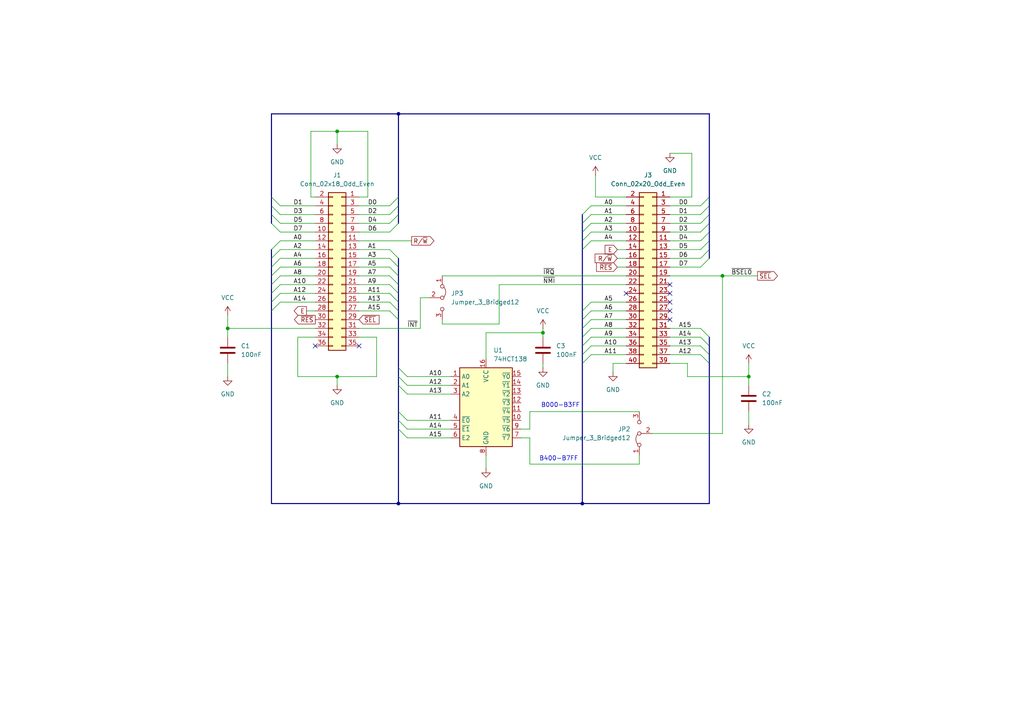
<source format=kicad_sch>
(kicad_sch
	(version 20250114)
	(generator "eeschema")
	(generator_version "9.0")
	(uuid "7f5e32cd-c3b1-448d-b079-93e769f3df07")
	(paper "A4")
	(title_block
		(title "MC-10 to M8 adapter V1.0")
		(date "2025-03-02")
		(company "KW")
	)
	(lib_symbols
		(symbol "74xx:74HCT138"
			(exclude_from_sim no)
			(in_bom yes)
			(on_board yes)
			(property "Reference" "U"
				(at -7.62 13.97 0)
				(effects
					(font
						(size 1.27 1.27)
					)
					(justify left bottom)
				)
			)
			(property "Value" "74HCT138"
				(at 2.54 -11.43 0)
				(effects
					(font
						(size 1.27 1.27)
					)
					(justify left top)
				)
			)
			(property "Footprint" ""
				(at 0 0 0)
				(effects
					(font
						(size 1.27 1.27)
					)
					(hide yes)
				)
			)
			(property "Datasheet" "http://www.ti.com/lit/ds/symlink/cd74hc238.pdf"
				(at 0 0 0)
				(effects
					(font
						(size 1.27 1.27)
					)
					(hide yes)
				)
			)
			(property "Description" "3-to-8 line decoder/multiplexer inverting, DIP-16/SOIC-16/SSOP-16"
				(at 0 0 0)
				(effects
					(font
						(size 1.27 1.27)
					)
					(hide yes)
				)
			)
			(property "ki_keywords" "demux"
				(at 0 0 0)
				(effects
					(font
						(size 1.27 1.27)
					)
					(hide yes)
				)
			)
			(property "ki_fp_filters" "DIP*W7.62mm* SOIC*3.9x9.9mm*P1.27mm* SSOP*5.3x6.2mm*P0.65mm*"
				(at 0 0 0)
				(effects
					(font
						(size 1.27 1.27)
					)
					(hide yes)
				)
			)
			(symbol "74HCT138_0_1"
				(rectangle
					(start -7.62 12.7)
					(end 7.62 -10.16)
					(stroke
						(width 0.254)
						(type default)
					)
					(fill
						(type background)
					)
				)
			)
			(symbol "74HCT138_1_1"
				(pin input line
					(at -10.16 10.16 0)
					(length 2.54)
					(name "A0"
						(effects
							(font
								(size 1.27 1.27)
							)
						)
					)
					(number "1"
						(effects
							(font
								(size 1.27 1.27)
							)
						)
					)
				)
				(pin input line
					(at -10.16 7.62 0)
					(length 2.54)
					(name "A1"
						(effects
							(font
								(size 1.27 1.27)
							)
						)
					)
					(number "2"
						(effects
							(font
								(size 1.27 1.27)
							)
						)
					)
				)
				(pin input line
					(at -10.16 5.08 0)
					(length 2.54)
					(name "A2"
						(effects
							(font
								(size 1.27 1.27)
							)
						)
					)
					(number "3"
						(effects
							(font
								(size 1.27 1.27)
							)
						)
					)
				)
				(pin input line
					(at -10.16 -2.54 0)
					(length 2.54)
					(name "~{E0}"
						(effects
							(font
								(size 1.27 1.27)
							)
						)
					)
					(number "4"
						(effects
							(font
								(size 1.27 1.27)
							)
						)
					)
				)
				(pin input line
					(at -10.16 -5.08 0)
					(length 2.54)
					(name "~{E1}"
						(effects
							(font
								(size 1.27 1.27)
							)
						)
					)
					(number "5"
						(effects
							(font
								(size 1.27 1.27)
							)
						)
					)
				)
				(pin input line
					(at -10.16 -7.62 0)
					(length 2.54)
					(name "E2"
						(effects
							(font
								(size 1.27 1.27)
							)
						)
					)
					(number "6"
						(effects
							(font
								(size 1.27 1.27)
							)
						)
					)
				)
				(pin power_in line
					(at 0 15.24 270)
					(length 2.54)
					(name "VCC"
						(effects
							(font
								(size 1.27 1.27)
							)
						)
					)
					(number "16"
						(effects
							(font
								(size 1.27 1.27)
							)
						)
					)
				)
				(pin power_in line
					(at 0 -12.7 90)
					(length 2.54)
					(name "GND"
						(effects
							(font
								(size 1.27 1.27)
							)
						)
					)
					(number "8"
						(effects
							(font
								(size 1.27 1.27)
							)
						)
					)
				)
				(pin output line
					(at 10.16 10.16 180)
					(length 2.54)
					(name "~{Y0}"
						(effects
							(font
								(size 1.27 1.27)
							)
						)
					)
					(number "15"
						(effects
							(font
								(size 1.27 1.27)
							)
						)
					)
				)
				(pin output line
					(at 10.16 7.62 180)
					(length 2.54)
					(name "~{Y1}"
						(effects
							(font
								(size 1.27 1.27)
							)
						)
					)
					(number "14"
						(effects
							(font
								(size 1.27 1.27)
							)
						)
					)
				)
				(pin output line
					(at 10.16 5.08 180)
					(length 2.54)
					(name "~{Y2}"
						(effects
							(font
								(size 1.27 1.27)
							)
						)
					)
					(number "13"
						(effects
							(font
								(size 1.27 1.27)
							)
						)
					)
				)
				(pin output line
					(at 10.16 2.54 180)
					(length 2.54)
					(name "~{Y3}"
						(effects
							(font
								(size 1.27 1.27)
							)
						)
					)
					(number "12"
						(effects
							(font
								(size 1.27 1.27)
							)
						)
					)
				)
				(pin output line
					(at 10.16 0 180)
					(length 2.54)
					(name "~{Y4}"
						(effects
							(font
								(size 1.27 1.27)
							)
						)
					)
					(number "11"
						(effects
							(font
								(size 1.27 1.27)
							)
						)
					)
				)
				(pin output line
					(at 10.16 -2.54 180)
					(length 2.54)
					(name "~{Y5}"
						(effects
							(font
								(size 1.27 1.27)
							)
						)
					)
					(number "10"
						(effects
							(font
								(size 1.27 1.27)
							)
						)
					)
				)
				(pin output line
					(at 10.16 -5.08 180)
					(length 2.54)
					(name "~{Y6}"
						(effects
							(font
								(size 1.27 1.27)
							)
						)
					)
					(number "9"
						(effects
							(font
								(size 1.27 1.27)
							)
						)
					)
				)
				(pin output line
					(at 10.16 -7.62 180)
					(length 2.54)
					(name "~{Y7}"
						(effects
							(font
								(size 1.27 1.27)
							)
						)
					)
					(number "7"
						(effects
							(font
								(size 1.27 1.27)
							)
						)
					)
				)
			)
			(embedded_fonts no)
		)
		(symbol "Connector_Generic:Conn_02x18_Odd_Even"
			(pin_names
				(offset 1.016)
				(hide yes)
			)
			(exclude_from_sim no)
			(in_bom yes)
			(on_board yes)
			(property "Reference" "J"
				(at 1.27 22.86 0)
				(effects
					(font
						(size 1.27 1.27)
					)
				)
			)
			(property "Value" "Conn_02x18_Odd_Even"
				(at 1.27 -25.4 0)
				(effects
					(font
						(size 1.27 1.27)
					)
				)
			)
			(property "Footprint" ""
				(at 0 0 0)
				(effects
					(font
						(size 1.27 1.27)
					)
					(hide yes)
				)
			)
			(property "Datasheet" "~"
				(at 0 0 0)
				(effects
					(font
						(size 1.27 1.27)
					)
					(hide yes)
				)
			)
			(property "Description" "Generic connector, double row, 02x18, odd/even pin numbering scheme (row 1 odd numbers, row 2 even numbers), script generated (kicad-library-utils/schlib/autogen/connector/)"
				(at 0 0 0)
				(effects
					(font
						(size 1.27 1.27)
					)
					(hide yes)
				)
			)
			(property "ki_keywords" "connector"
				(at 0 0 0)
				(effects
					(font
						(size 1.27 1.27)
					)
					(hide yes)
				)
			)
			(property "ki_fp_filters" "Connector*:*_2x??_*"
				(at 0 0 0)
				(effects
					(font
						(size 1.27 1.27)
					)
					(hide yes)
				)
			)
			(symbol "Conn_02x18_Odd_Even_1_1"
				(rectangle
					(start -1.27 21.59)
					(end 3.81 -24.13)
					(stroke
						(width 0.254)
						(type default)
					)
					(fill
						(type background)
					)
				)
				(rectangle
					(start -1.27 20.447)
					(end 0 20.193)
					(stroke
						(width 0.1524)
						(type default)
					)
					(fill
						(type none)
					)
				)
				(rectangle
					(start -1.27 17.907)
					(end 0 17.653)
					(stroke
						(width 0.1524)
						(type default)
					)
					(fill
						(type none)
					)
				)
				(rectangle
					(start -1.27 15.367)
					(end 0 15.113)
					(stroke
						(width 0.1524)
						(type default)
					)
					(fill
						(type none)
					)
				)
				(rectangle
					(start -1.27 12.827)
					(end 0 12.573)
					(stroke
						(width 0.1524)
						(type default)
					)
					(fill
						(type none)
					)
				)
				(rectangle
					(start -1.27 10.287)
					(end 0 10.033)
					(stroke
						(width 0.1524)
						(type default)
					)
					(fill
						(type none)
					)
				)
				(rectangle
					(start -1.27 7.747)
					(end 0 7.493)
					(stroke
						(width 0.1524)
						(type default)
					)
					(fill
						(type none)
					)
				)
				(rectangle
					(start -1.27 5.207)
					(end 0 4.953)
					(stroke
						(width 0.1524)
						(type default)
					)
					(fill
						(type none)
					)
				)
				(rectangle
					(start -1.27 2.667)
					(end 0 2.413)
					(stroke
						(width 0.1524)
						(type default)
					)
					(fill
						(type none)
					)
				)
				(rectangle
					(start -1.27 0.127)
					(end 0 -0.127)
					(stroke
						(width 0.1524)
						(type default)
					)
					(fill
						(type none)
					)
				)
				(rectangle
					(start -1.27 -2.413)
					(end 0 -2.667)
					(stroke
						(width 0.1524)
						(type default)
					)
					(fill
						(type none)
					)
				)
				(rectangle
					(start -1.27 -4.953)
					(end 0 -5.207)
					(stroke
						(width 0.1524)
						(type default)
					)
					(fill
						(type none)
					)
				)
				(rectangle
					(start -1.27 -7.493)
					(end 0 -7.747)
					(stroke
						(width 0.1524)
						(type default)
					)
					(fill
						(type none)
					)
				)
				(rectangle
					(start -1.27 -10.033)
					(end 0 -10.287)
					(stroke
						(width 0.1524)
						(type default)
					)
					(fill
						(type none)
					)
				)
				(rectangle
					(start -1.27 -12.573)
					(end 0 -12.827)
					(stroke
						(width 0.1524)
						(type default)
					)
					(fill
						(type none)
					)
				)
				(rectangle
					(start -1.27 -15.113)
					(end 0 -15.367)
					(stroke
						(width 0.1524)
						(type default)
					)
					(fill
						(type none)
					)
				)
				(rectangle
					(start -1.27 -17.653)
					(end 0 -17.907)
					(stroke
						(width 0.1524)
						(type default)
					)
					(fill
						(type none)
					)
				)
				(rectangle
					(start -1.27 -20.193)
					(end 0 -20.447)
					(stroke
						(width 0.1524)
						(type default)
					)
					(fill
						(type none)
					)
				)
				(rectangle
					(start -1.27 -22.733)
					(end 0 -22.987)
					(stroke
						(width 0.1524)
						(type default)
					)
					(fill
						(type none)
					)
				)
				(rectangle
					(start 3.81 20.447)
					(end 2.54 20.193)
					(stroke
						(width 0.1524)
						(type default)
					)
					(fill
						(type none)
					)
				)
				(rectangle
					(start 3.81 17.907)
					(end 2.54 17.653)
					(stroke
						(width 0.1524)
						(type default)
					)
					(fill
						(type none)
					)
				)
				(rectangle
					(start 3.81 15.367)
					(end 2.54 15.113)
					(stroke
						(width 0.1524)
						(type default)
					)
					(fill
						(type none)
					)
				)
				(rectangle
					(start 3.81 12.827)
					(end 2.54 12.573)
					(stroke
						(width 0.1524)
						(type default)
					)
					(fill
						(type none)
					)
				)
				(rectangle
					(start 3.81 10.287)
					(end 2.54 10.033)
					(stroke
						(width 0.1524)
						(type default)
					)
					(fill
						(type none)
					)
				)
				(rectangle
					(start 3.81 7.747)
					(end 2.54 7.493)
					(stroke
						(width 0.1524)
						(type default)
					)
					(fill
						(type none)
					)
				)
				(rectangle
					(start 3.81 5.207)
					(end 2.54 4.953)
					(stroke
						(width 0.1524)
						(type default)
					)
					(fill
						(type none)
					)
				)
				(rectangle
					(start 3.81 2.667)
					(end 2.54 2.413)
					(stroke
						(width 0.1524)
						(type default)
					)
					(fill
						(type none)
					)
				)
				(rectangle
					(start 3.81 0.127)
					(end 2.54 -0.127)
					(stroke
						(width 0.1524)
						(type default)
					)
					(fill
						(type none)
					)
				)
				(rectangle
					(start 3.81 -2.413)
					(end 2.54 -2.667)
					(stroke
						(width 0.1524)
						(type default)
					)
					(fill
						(type none)
					)
				)
				(rectangle
					(start 3.81 -4.953)
					(end 2.54 -5.207)
					(stroke
						(width 0.1524)
						(type default)
					)
					(fill
						(type none)
					)
				)
				(rectangle
					(start 3.81 -7.493)
					(end 2.54 -7.747)
					(stroke
						(width 0.1524)
						(type default)
					)
					(fill
						(type none)
					)
				)
				(rectangle
					(start 3.81 -10.033)
					(end 2.54 -10.287)
					(stroke
						(width 0.1524)
						(type default)
					)
					(fill
						(type none)
					)
				)
				(rectangle
					(start 3.81 -12.573)
					(end 2.54 -12.827)
					(stroke
						(width 0.1524)
						(type default)
					)
					(fill
						(type none)
					)
				)
				(rectangle
					(start 3.81 -15.113)
					(end 2.54 -15.367)
					(stroke
						(width 0.1524)
						(type default)
					)
					(fill
						(type none)
					)
				)
				(rectangle
					(start 3.81 -17.653)
					(end 2.54 -17.907)
					(stroke
						(width 0.1524)
						(type default)
					)
					(fill
						(type none)
					)
				)
				(rectangle
					(start 3.81 -20.193)
					(end 2.54 -20.447)
					(stroke
						(width 0.1524)
						(type default)
					)
					(fill
						(type none)
					)
				)
				(rectangle
					(start 3.81 -22.733)
					(end 2.54 -22.987)
					(stroke
						(width 0.1524)
						(type default)
					)
					(fill
						(type none)
					)
				)
				(pin passive line
					(at -5.08 20.32 0)
					(length 3.81)
					(name "Pin_1"
						(effects
							(font
								(size 1.27 1.27)
							)
						)
					)
					(number "1"
						(effects
							(font
								(size 1.27 1.27)
							)
						)
					)
				)
				(pin passive line
					(at -5.08 17.78 0)
					(length 3.81)
					(name "Pin_3"
						(effects
							(font
								(size 1.27 1.27)
							)
						)
					)
					(number "3"
						(effects
							(font
								(size 1.27 1.27)
							)
						)
					)
				)
				(pin passive line
					(at -5.08 15.24 0)
					(length 3.81)
					(name "Pin_5"
						(effects
							(font
								(size 1.27 1.27)
							)
						)
					)
					(number "5"
						(effects
							(font
								(size 1.27 1.27)
							)
						)
					)
				)
				(pin passive line
					(at -5.08 12.7 0)
					(length 3.81)
					(name "Pin_7"
						(effects
							(font
								(size 1.27 1.27)
							)
						)
					)
					(number "7"
						(effects
							(font
								(size 1.27 1.27)
							)
						)
					)
				)
				(pin passive line
					(at -5.08 10.16 0)
					(length 3.81)
					(name "Pin_9"
						(effects
							(font
								(size 1.27 1.27)
							)
						)
					)
					(number "9"
						(effects
							(font
								(size 1.27 1.27)
							)
						)
					)
				)
				(pin passive line
					(at -5.08 7.62 0)
					(length 3.81)
					(name "Pin_11"
						(effects
							(font
								(size 1.27 1.27)
							)
						)
					)
					(number "11"
						(effects
							(font
								(size 1.27 1.27)
							)
						)
					)
				)
				(pin passive line
					(at -5.08 5.08 0)
					(length 3.81)
					(name "Pin_13"
						(effects
							(font
								(size 1.27 1.27)
							)
						)
					)
					(number "13"
						(effects
							(font
								(size 1.27 1.27)
							)
						)
					)
				)
				(pin passive line
					(at -5.08 2.54 0)
					(length 3.81)
					(name "Pin_15"
						(effects
							(font
								(size 1.27 1.27)
							)
						)
					)
					(number "15"
						(effects
							(font
								(size 1.27 1.27)
							)
						)
					)
				)
				(pin passive line
					(at -5.08 0 0)
					(length 3.81)
					(name "Pin_17"
						(effects
							(font
								(size 1.27 1.27)
							)
						)
					)
					(number "17"
						(effects
							(font
								(size 1.27 1.27)
							)
						)
					)
				)
				(pin passive line
					(at -5.08 -2.54 0)
					(length 3.81)
					(name "Pin_19"
						(effects
							(font
								(size 1.27 1.27)
							)
						)
					)
					(number "19"
						(effects
							(font
								(size 1.27 1.27)
							)
						)
					)
				)
				(pin passive line
					(at -5.08 -5.08 0)
					(length 3.81)
					(name "Pin_21"
						(effects
							(font
								(size 1.27 1.27)
							)
						)
					)
					(number "21"
						(effects
							(font
								(size 1.27 1.27)
							)
						)
					)
				)
				(pin passive line
					(at -5.08 -7.62 0)
					(length 3.81)
					(name "Pin_23"
						(effects
							(font
								(size 1.27 1.27)
							)
						)
					)
					(number "23"
						(effects
							(font
								(size 1.27 1.27)
							)
						)
					)
				)
				(pin passive line
					(at -5.08 -10.16 0)
					(length 3.81)
					(name "Pin_25"
						(effects
							(font
								(size 1.27 1.27)
							)
						)
					)
					(number "25"
						(effects
							(font
								(size 1.27 1.27)
							)
						)
					)
				)
				(pin passive line
					(at -5.08 -12.7 0)
					(length 3.81)
					(name "Pin_27"
						(effects
							(font
								(size 1.27 1.27)
							)
						)
					)
					(number "27"
						(effects
							(font
								(size 1.27 1.27)
							)
						)
					)
				)
				(pin passive line
					(at -5.08 -15.24 0)
					(length 3.81)
					(name "Pin_29"
						(effects
							(font
								(size 1.27 1.27)
							)
						)
					)
					(number "29"
						(effects
							(font
								(size 1.27 1.27)
							)
						)
					)
				)
				(pin passive line
					(at -5.08 -17.78 0)
					(length 3.81)
					(name "Pin_31"
						(effects
							(font
								(size 1.27 1.27)
							)
						)
					)
					(number "31"
						(effects
							(font
								(size 1.27 1.27)
							)
						)
					)
				)
				(pin passive line
					(at -5.08 -20.32 0)
					(length 3.81)
					(name "Pin_33"
						(effects
							(font
								(size 1.27 1.27)
							)
						)
					)
					(number "33"
						(effects
							(font
								(size 1.27 1.27)
							)
						)
					)
				)
				(pin passive line
					(at -5.08 -22.86 0)
					(length 3.81)
					(name "Pin_35"
						(effects
							(font
								(size 1.27 1.27)
							)
						)
					)
					(number "35"
						(effects
							(font
								(size 1.27 1.27)
							)
						)
					)
				)
				(pin passive line
					(at 7.62 20.32 180)
					(length 3.81)
					(name "Pin_2"
						(effects
							(font
								(size 1.27 1.27)
							)
						)
					)
					(number "2"
						(effects
							(font
								(size 1.27 1.27)
							)
						)
					)
				)
				(pin passive line
					(at 7.62 17.78 180)
					(length 3.81)
					(name "Pin_4"
						(effects
							(font
								(size 1.27 1.27)
							)
						)
					)
					(number "4"
						(effects
							(font
								(size 1.27 1.27)
							)
						)
					)
				)
				(pin passive line
					(at 7.62 15.24 180)
					(length 3.81)
					(name "Pin_6"
						(effects
							(font
								(size 1.27 1.27)
							)
						)
					)
					(number "6"
						(effects
							(font
								(size 1.27 1.27)
							)
						)
					)
				)
				(pin passive line
					(at 7.62 12.7 180)
					(length 3.81)
					(name "Pin_8"
						(effects
							(font
								(size 1.27 1.27)
							)
						)
					)
					(number "8"
						(effects
							(font
								(size 1.27 1.27)
							)
						)
					)
				)
				(pin passive line
					(at 7.62 10.16 180)
					(length 3.81)
					(name "Pin_10"
						(effects
							(font
								(size 1.27 1.27)
							)
						)
					)
					(number "10"
						(effects
							(font
								(size 1.27 1.27)
							)
						)
					)
				)
				(pin passive line
					(at 7.62 7.62 180)
					(length 3.81)
					(name "Pin_12"
						(effects
							(font
								(size 1.27 1.27)
							)
						)
					)
					(number "12"
						(effects
							(font
								(size 1.27 1.27)
							)
						)
					)
				)
				(pin passive line
					(at 7.62 5.08 180)
					(length 3.81)
					(name "Pin_14"
						(effects
							(font
								(size 1.27 1.27)
							)
						)
					)
					(number "14"
						(effects
							(font
								(size 1.27 1.27)
							)
						)
					)
				)
				(pin passive line
					(at 7.62 2.54 180)
					(length 3.81)
					(name "Pin_16"
						(effects
							(font
								(size 1.27 1.27)
							)
						)
					)
					(number "16"
						(effects
							(font
								(size 1.27 1.27)
							)
						)
					)
				)
				(pin passive line
					(at 7.62 0 180)
					(length 3.81)
					(name "Pin_18"
						(effects
							(font
								(size 1.27 1.27)
							)
						)
					)
					(number "18"
						(effects
							(font
								(size 1.27 1.27)
							)
						)
					)
				)
				(pin passive line
					(at 7.62 -2.54 180)
					(length 3.81)
					(name "Pin_20"
						(effects
							(font
								(size 1.27 1.27)
							)
						)
					)
					(number "20"
						(effects
							(font
								(size 1.27 1.27)
							)
						)
					)
				)
				(pin passive line
					(at 7.62 -5.08 180)
					(length 3.81)
					(name "Pin_22"
						(effects
							(font
								(size 1.27 1.27)
							)
						)
					)
					(number "22"
						(effects
							(font
								(size 1.27 1.27)
							)
						)
					)
				)
				(pin passive line
					(at 7.62 -7.62 180)
					(length 3.81)
					(name "Pin_24"
						(effects
							(font
								(size 1.27 1.27)
							)
						)
					)
					(number "24"
						(effects
							(font
								(size 1.27 1.27)
							)
						)
					)
				)
				(pin passive line
					(at 7.62 -10.16 180)
					(length 3.81)
					(name "Pin_26"
						(effects
							(font
								(size 1.27 1.27)
							)
						)
					)
					(number "26"
						(effects
							(font
								(size 1.27 1.27)
							)
						)
					)
				)
				(pin passive line
					(at 7.62 -12.7 180)
					(length 3.81)
					(name "Pin_28"
						(effects
							(font
								(size 1.27 1.27)
							)
						)
					)
					(number "28"
						(effects
							(font
								(size 1.27 1.27)
							)
						)
					)
				)
				(pin passive line
					(at 7.62 -15.24 180)
					(length 3.81)
					(name "Pin_30"
						(effects
							(font
								(size 1.27 1.27)
							)
						)
					)
					(number "30"
						(effects
							(font
								(size 1.27 1.27)
							)
						)
					)
				)
				(pin passive line
					(at 7.62 -17.78 180)
					(length 3.81)
					(name "Pin_32"
						(effects
							(font
								(size 1.27 1.27)
							)
						)
					)
					(number "32"
						(effects
							(font
								(size 1.27 1.27)
							)
						)
					)
				)
				(pin passive line
					(at 7.62 -20.32 180)
					(length 3.81)
					(name "Pin_34"
						(effects
							(font
								(size 1.27 1.27)
							)
						)
					)
					(number "34"
						(effects
							(font
								(size 1.27 1.27)
							)
						)
					)
				)
				(pin passive line
					(at 7.62 -22.86 180)
					(length 3.81)
					(name "Pin_36"
						(effects
							(font
								(size 1.27 1.27)
							)
						)
					)
					(number "36"
						(effects
							(font
								(size 1.27 1.27)
							)
						)
					)
				)
			)
			(embedded_fonts no)
		)
		(symbol "Connector_Generic:Conn_02x20_Odd_Even"
			(pin_names
				(offset 1.016)
				(hide yes)
			)
			(exclude_from_sim no)
			(in_bom yes)
			(on_board yes)
			(property "Reference" "J"
				(at 1.27 25.4 0)
				(effects
					(font
						(size 1.27 1.27)
					)
				)
			)
			(property "Value" "Conn_02x20_Odd_Even"
				(at 1.27 -27.94 0)
				(effects
					(font
						(size 1.27 1.27)
					)
				)
			)
			(property "Footprint" ""
				(at 0 0 0)
				(effects
					(font
						(size 1.27 1.27)
					)
					(hide yes)
				)
			)
			(property "Datasheet" "~"
				(at 0 0 0)
				(effects
					(font
						(size 1.27 1.27)
					)
					(hide yes)
				)
			)
			(property "Description" "Generic connector, double row, 02x20, odd/even pin numbering scheme (row 1 odd numbers, row 2 even numbers), script generated (kicad-library-utils/schlib/autogen/connector/)"
				(at 0 0 0)
				(effects
					(font
						(size 1.27 1.27)
					)
					(hide yes)
				)
			)
			(property "ki_keywords" "connector"
				(at 0 0 0)
				(effects
					(font
						(size 1.27 1.27)
					)
					(hide yes)
				)
			)
			(property "ki_fp_filters" "Connector*:*_2x??_*"
				(at 0 0 0)
				(effects
					(font
						(size 1.27 1.27)
					)
					(hide yes)
				)
			)
			(symbol "Conn_02x20_Odd_Even_1_1"
				(rectangle
					(start -1.27 24.13)
					(end 3.81 -26.67)
					(stroke
						(width 0.254)
						(type default)
					)
					(fill
						(type background)
					)
				)
				(rectangle
					(start -1.27 22.987)
					(end 0 22.733)
					(stroke
						(width 0.1524)
						(type default)
					)
					(fill
						(type none)
					)
				)
				(rectangle
					(start -1.27 20.447)
					(end 0 20.193)
					(stroke
						(width 0.1524)
						(type default)
					)
					(fill
						(type none)
					)
				)
				(rectangle
					(start -1.27 17.907)
					(end 0 17.653)
					(stroke
						(width 0.1524)
						(type default)
					)
					(fill
						(type none)
					)
				)
				(rectangle
					(start -1.27 15.367)
					(end 0 15.113)
					(stroke
						(width 0.1524)
						(type default)
					)
					(fill
						(type none)
					)
				)
				(rectangle
					(start -1.27 12.827)
					(end 0 12.573)
					(stroke
						(width 0.1524)
						(type default)
					)
					(fill
						(type none)
					)
				)
				(rectangle
					(start -1.27 10.287)
					(end 0 10.033)
					(stroke
						(width 0.1524)
						(type default)
					)
					(fill
						(type none)
					)
				)
				(rectangle
					(start -1.27 7.747)
					(end 0 7.493)
					(stroke
						(width 0.1524)
						(type default)
					)
					(fill
						(type none)
					)
				)
				(rectangle
					(start -1.27 5.207)
					(end 0 4.953)
					(stroke
						(width 0.1524)
						(type default)
					)
					(fill
						(type none)
					)
				)
				(rectangle
					(start -1.27 2.667)
					(end 0 2.413)
					(stroke
						(width 0.1524)
						(type default)
					)
					(fill
						(type none)
					)
				)
				(rectangle
					(start -1.27 0.127)
					(end 0 -0.127)
					(stroke
						(width 0.1524)
						(type default)
					)
					(fill
						(type none)
					)
				)
				(rectangle
					(start -1.27 -2.413)
					(end 0 -2.667)
					(stroke
						(width 0.1524)
						(type default)
					)
					(fill
						(type none)
					)
				)
				(rectangle
					(start -1.27 -4.953)
					(end 0 -5.207)
					(stroke
						(width 0.1524)
						(type default)
					)
					(fill
						(type none)
					)
				)
				(rectangle
					(start -1.27 -7.493)
					(end 0 -7.747)
					(stroke
						(width 0.1524)
						(type default)
					)
					(fill
						(type none)
					)
				)
				(rectangle
					(start -1.27 -10.033)
					(end 0 -10.287)
					(stroke
						(width 0.1524)
						(type default)
					)
					(fill
						(type none)
					)
				)
				(rectangle
					(start -1.27 -12.573)
					(end 0 -12.827)
					(stroke
						(width 0.1524)
						(type default)
					)
					(fill
						(type none)
					)
				)
				(rectangle
					(start -1.27 -15.113)
					(end 0 -15.367)
					(stroke
						(width 0.1524)
						(type default)
					)
					(fill
						(type none)
					)
				)
				(rectangle
					(start -1.27 -17.653)
					(end 0 -17.907)
					(stroke
						(width 0.1524)
						(type default)
					)
					(fill
						(type none)
					)
				)
				(rectangle
					(start -1.27 -20.193)
					(end 0 -20.447)
					(stroke
						(width 0.1524)
						(type default)
					)
					(fill
						(type none)
					)
				)
				(rectangle
					(start -1.27 -22.733)
					(end 0 -22.987)
					(stroke
						(width 0.1524)
						(type default)
					)
					(fill
						(type none)
					)
				)
				(rectangle
					(start -1.27 -25.273)
					(end 0 -25.527)
					(stroke
						(width 0.1524)
						(type default)
					)
					(fill
						(type none)
					)
				)
				(rectangle
					(start 3.81 22.987)
					(end 2.54 22.733)
					(stroke
						(width 0.1524)
						(type default)
					)
					(fill
						(type none)
					)
				)
				(rectangle
					(start 3.81 20.447)
					(end 2.54 20.193)
					(stroke
						(width 0.1524)
						(type default)
					)
					(fill
						(type none)
					)
				)
				(rectangle
					(start 3.81 17.907)
					(end 2.54 17.653)
					(stroke
						(width 0.1524)
						(type default)
					)
					(fill
						(type none)
					)
				)
				(rectangle
					(start 3.81 15.367)
					(end 2.54 15.113)
					(stroke
						(width 0.1524)
						(type default)
					)
					(fill
						(type none)
					)
				)
				(rectangle
					(start 3.81 12.827)
					(end 2.54 12.573)
					(stroke
						(width 0.1524)
						(type default)
					)
					(fill
						(type none)
					)
				)
				(rectangle
					(start 3.81 10.287)
					(end 2.54 10.033)
					(stroke
						(width 0.1524)
						(type default)
					)
					(fill
						(type none)
					)
				)
				(rectangle
					(start 3.81 7.747)
					(end 2.54 7.493)
					(stroke
						(width 0.1524)
						(type default)
					)
					(fill
						(type none)
					)
				)
				(rectangle
					(start 3.81 5.207)
					(end 2.54 4.953)
					(stroke
						(width 0.1524)
						(type default)
					)
					(fill
						(type none)
					)
				)
				(rectangle
					(start 3.81 2.667)
					(end 2.54 2.413)
					(stroke
						(width 0.1524)
						(type default)
					)
					(fill
						(type none)
					)
				)
				(rectangle
					(start 3.81 0.127)
					(end 2.54 -0.127)
					(stroke
						(width 0.1524)
						(type default)
					)
					(fill
						(type none)
					)
				)
				(rectangle
					(start 3.81 -2.413)
					(end 2.54 -2.667)
					(stroke
						(width 0.1524)
						(type default)
					)
					(fill
						(type none)
					)
				)
				(rectangle
					(start 3.81 -4.953)
					(end 2.54 -5.207)
					(stroke
						(width 0.1524)
						(type default)
					)
					(fill
						(type none)
					)
				)
				(rectangle
					(start 3.81 -7.493)
					(end 2.54 -7.747)
					(stroke
						(width 0.1524)
						(type default)
					)
					(fill
						(type none)
					)
				)
				(rectangle
					(start 3.81 -10.033)
					(end 2.54 -10.287)
					(stroke
						(width 0.1524)
						(type default)
					)
					(fill
						(type none)
					)
				)
				(rectangle
					(start 3.81 -12.573)
					(end 2.54 -12.827)
					(stroke
						(width 0.1524)
						(type default)
					)
					(fill
						(type none)
					)
				)
				(rectangle
					(start 3.81 -15.113)
					(end 2.54 -15.367)
					(stroke
						(width 0.1524)
						(type default)
					)
					(fill
						(type none)
					)
				)
				(rectangle
					(start 3.81 -17.653)
					(end 2.54 -17.907)
					(stroke
						(width 0.1524)
						(type default)
					)
					(fill
						(type none)
					)
				)
				(rectangle
					(start 3.81 -20.193)
					(end 2.54 -20.447)
					(stroke
						(width 0.1524)
						(type default)
					)
					(fill
						(type none)
					)
				)
				(rectangle
					(start 3.81 -22.733)
					(end 2.54 -22.987)
					(stroke
						(width 0.1524)
						(type default)
					)
					(fill
						(type none)
					)
				)
				(rectangle
					(start 3.81 -25.273)
					(end 2.54 -25.527)
					(stroke
						(width 0.1524)
						(type default)
					)
					(fill
						(type none)
					)
				)
				(pin passive line
					(at -5.08 22.86 0)
					(length 3.81)
					(name "Pin_1"
						(effects
							(font
								(size 1.27 1.27)
							)
						)
					)
					(number "1"
						(effects
							(font
								(size 1.27 1.27)
							)
						)
					)
				)
				(pin passive line
					(at -5.08 20.32 0)
					(length 3.81)
					(name "Pin_3"
						(effects
							(font
								(size 1.27 1.27)
							)
						)
					)
					(number "3"
						(effects
							(font
								(size 1.27 1.27)
							)
						)
					)
				)
				(pin passive line
					(at -5.08 17.78 0)
					(length 3.81)
					(name "Pin_5"
						(effects
							(font
								(size 1.27 1.27)
							)
						)
					)
					(number "5"
						(effects
							(font
								(size 1.27 1.27)
							)
						)
					)
				)
				(pin passive line
					(at -5.08 15.24 0)
					(length 3.81)
					(name "Pin_7"
						(effects
							(font
								(size 1.27 1.27)
							)
						)
					)
					(number "7"
						(effects
							(font
								(size 1.27 1.27)
							)
						)
					)
				)
				(pin passive line
					(at -5.08 12.7 0)
					(length 3.81)
					(name "Pin_9"
						(effects
							(font
								(size 1.27 1.27)
							)
						)
					)
					(number "9"
						(effects
							(font
								(size 1.27 1.27)
							)
						)
					)
				)
				(pin passive line
					(at -5.08 10.16 0)
					(length 3.81)
					(name "Pin_11"
						(effects
							(font
								(size 1.27 1.27)
							)
						)
					)
					(number "11"
						(effects
							(font
								(size 1.27 1.27)
							)
						)
					)
				)
				(pin passive line
					(at -5.08 7.62 0)
					(length 3.81)
					(name "Pin_13"
						(effects
							(font
								(size 1.27 1.27)
							)
						)
					)
					(number "13"
						(effects
							(font
								(size 1.27 1.27)
							)
						)
					)
				)
				(pin passive line
					(at -5.08 5.08 0)
					(length 3.81)
					(name "Pin_15"
						(effects
							(font
								(size 1.27 1.27)
							)
						)
					)
					(number "15"
						(effects
							(font
								(size 1.27 1.27)
							)
						)
					)
				)
				(pin passive line
					(at -5.08 2.54 0)
					(length 3.81)
					(name "Pin_17"
						(effects
							(font
								(size 1.27 1.27)
							)
						)
					)
					(number "17"
						(effects
							(font
								(size 1.27 1.27)
							)
						)
					)
				)
				(pin passive line
					(at -5.08 0 0)
					(length 3.81)
					(name "Pin_19"
						(effects
							(font
								(size 1.27 1.27)
							)
						)
					)
					(number "19"
						(effects
							(font
								(size 1.27 1.27)
							)
						)
					)
				)
				(pin passive line
					(at -5.08 -2.54 0)
					(length 3.81)
					(name "Pin_21"
						(effects
							(font
								(size 1.27 1.27)
							)
						)
					)
					(number "21"
						(effects
							(font
								(size 1.27 1.27)
							)
						)
					)
				)
				(pin passive line
					(at -5.08 -5.08 0)
					(length 3.81)
					(name "Pin_23"
						(effects
							(font
								(size 1.27 1.27)
							)
						)
					)
					(number "23"
						(effects
							(font
								(size 1.27 1.27)
							)
						)
					)
				)
				(pin passive line
					(at -5.08 -7.62 0)
					(length 3.81)
					(name "Pin_25"
						(effects
							(font
								(size 1.27 1.27)
							)
						)
					)
					(number "25"
						(effects
							(font
								(size 1.27 1.27)
							)
						)
					)
				)
				(pin passive line
					(at -5.08 -10.16 0)
					(length 3.81)
					(name "Pin_27"
						(effects
							(font
								(size 1.27 1.27)
							)
						)
					)
					(number "27"
						(effects
							(font
								(size 1.27 1.27)
							)
						)
					)
				)
				(pin passive line
					(at -5.08 -12.7 0)
					(length 3.81)
					(name "Pin_29"
						(effects
							(font
								(size 1.27 1.27)
							)
						)
					)
					(number "29"
						(effects
							(font
								(size 1.27 1.27)
							)
						)
					)
				)
				(pin passive line
					(at -5.08 -15.24 0)
					(length 3.81)
					(name "Pin_31"
						(effects
							(font
								(size 1.27 1.27)
							)
						)
					)
					(number "31"
						(effects
							(font
								(size 1.27 1.27)
							)
						)
					)
				)
				(pin passive line
					(at -5.08 -17.78 0)
					(length 3.81)
					(name "Pin_33"
						(effects
							(font
								(size 1.27 1.27)
							)
						)
					)
					(number "33"
						(effects
							(font
								(size 1.27 1.27)
							)
						)
					)
				)
				(pin passive line
					(at -5.08 -20.32 0)
					(length 3.81)
					(name "Pin_35"
						(effects
							(font
								(size 1.27 1.27)
							)
						)
					)
					(number "35"
						(effects
							(font
								(size 1.27 1.27)
							)
						)
					)
				)
				(pin passive line
					(at -5.08 -22.86 0)
					(length 3.81)
					(name "Pin_37"
						(effects
							(font
								(size 1.27 1.27)
							)
						)
					)
					(number "37"
						(effects
							(font
								(size 1.27 1.27)
							)
						)
					)
				)
				(pin passive line
					(at -5.08 -25.4 0)
					(length 3.81)
					(name "Pin_39"
						(effects
							(font
								(size 1.27 1.27)
							)
						)
					)
					(number "39"
						(effects
							(font
								(size 1.27 1.27)
							)
						)
					)
				)
				(pin passive line
					(at 7.62 22.86 180)
					(length 3.81)
					(name "Pin_2"
						(effects
							(font
								(size 1.27 1.27)
							)
						)
					)
					(number "2"
						(effects
							(font
								(size 1.27 1.27)
							)
						)
					)
				)
				(pin passive line
					(at 7.62 20.32 180)
					(length 3.81)
					(name "Pin_4"
						(effects
							(font
								(size 1.27 1.27)
							)
						)
					)
					(number "4"
						(effects
							(font
								(size 1.27 1.27)
							)
						)
					)
				)
				(pin passive line
					(at 7.62 17.78 180)
					(length 3.81)
					(name "Pin_6"
						(effects
							(font
								(size 1.27 1.27)
							)
						)
					)
					(number "6"
						(effects
							(font
								(size 1.27 1.27)
							)
						)
					)
				)
				(pin passive line
					(at 7.62 15.24 180)
					(length 3.81)
					(name "Pin_8"
						(effects
							(font
								(size 1.27 1.27)
							)
						)
					)
					(number "8"
						(effects
							(font
								(size 1.27 1.27)
							)
						)
					)
				)
				(pin passive line
					(at 7.62 12.7 180)
					(length 3.81)
					(name "Pin_10"
						(effects
							(font
								(size 1.27 1.27)
							)
						)
					)
					(number "10"
						(effects
							(font
								(size 1.27 1.27)
							)
						)
					)
				)
				(pin passive line
					(at 7.62 10.16 180)
					(length 3.81)
					(name "Pin_12"
						(effects
							(font
								(size 1.27 1.27)
							)
						)
					)
					(number "12"
						(effects
							(font
								(size 1.27 1.27)
							)
						)
					)
				)
				(pin passive line
					(at 7.62 7.62 180)
					(length 3.81)
					(name "Pin_14"
						(effects
							(font
								(size 1.27 1.27)
							)
						)
					)
					(number "14"
						(effects
							(font
								(size 1.27 1.27)
							)
						)
					)
				)
				(pin passive line
					(at 7.62 5.08 180)
					(length 3.81)
					(name "Pin_16"
						(effects
							(font
								(size 1.27 1.27)
							)
						)
					)
					(number "16"
						(effects
							(font
								(size 1.27 1.27)
							)
						)
					)
				)
				(pin passive line
					(at 7.62 2.54 180)
					(length 3.81)
					(name "Pin_18"
						(effects
							(font
								(size 1.27 1.27)
							)
						)
					)
					(number "18"
						(effects
							(font
								(size 1.27 1.27)
							)
						)
					)
				)
				(pin passive line
					(at 7.62 0 180)
					(length 3.81)
					(name "Pin_20"
						(effects
							(font
								(size 1.27 1.27)
							)
						)
					)
					(number "20"
						(effects
							(font
								(size 1.27 1.27)
							)
						)
					)
				)
				(pin passive line
					(at 7.62 -2.54 180)
					(length 3.81)
					(name "Pin_22"
						(effects
							(font
								(size 1.27 1.27)
							)
						)
					)
					(number "22"
						(effects
							(font
								(size 1.27 1.27)
							)
						)
					)
				)
				(pin passive line
					(at 7.62 -5.08 180)
					(length 3.81)
					(name "Pin_24"
						(effects
							(font
								(size 1.27 1.27)
							)
						)
					)
					(number "24"
						(effects
							(font
								(size 1.27 1.27)
							)
						)
					)
				)
				(pin passive line
					(at 7.62 -7.62 180)
					(length 3.81)
					(name "Pin_26"
						(effects
							(font
								(size 1.27 1.27)
							)
						)
					)
					(number "26"
						(effects
							(font
								(size 1.27 1.27)
							)
						)
					)
				)
				(pin passive line
					(at 7.62 -10.16 180)
					(length 3.81)
					(name "Pin_28"
						(effects
							(font
								(size 1.27 1.27)
							)
						)
					)
					(number "28"
						(effects
							(font
								(size 1.27 1.27)
							)
						)
					)
				)
				(pin passive line
					(at 7.62 -12.7 180)
					(length 3.81)
					(name "Pin_30"
						(effects
							(font
								(size 1.27 1.27)
							)
						)
					)
					(number "30"
						(effects
							(font
								(size 1.27 1.27)
							)
						)
					)
				)
				(pin passive line
					(at 7.62 -15.24 180)
					(length 3.81)
					(name "Pin_32"
						(effects
							(font
								(size 1.27 1.27)
							)
						)
					)
					(number "32"
						(effects
							(font
								(size 1.27 1.27)
							)
						)
					)
				)
				(pin passive line
					(at 7.62 -17.78 180)
					(length 3.81)
					(name "Pin_34"
						(effects
							(font
								(size 1.27 1.27)
							)
						)
					)
					(number "34"
						(effects
							(font
								(size 1.27 1.27)
							)
						)
					)
				)
				(pin passive line
					(at 7.62 -20.32 180)
					(length 3.81)
					(name "Pin_36"
						(effects
							(font
								(size 1.27 1.27)
							)
						)
					)
					(number "36"
						(effects
							(font
								(size 1.27 1.27)
							)
						)
					)
				)
				(pin passive line
					(at 7.62 -22.86 180)
					(length 3.81)
					(name "Pin_38"
						(effects
							(font
								(size 1.27 1.27)
							)
						)
					)
					(number "38"
						(effects
							(font
								(size 1.27 1.27)
							)
						)
					)
				)
				(pin passive line
					(at 7.62 -25.4 180)
					(length 3.81)
					(name "Pin_40"
						(effects
							(font
								(size 1.27 1.27)
							)
						)
					)
					(number "40"
						(effects
							(font
								(size 1.27 1.27)
							)
						)
					)
				)
			)
			(embedded_fonts no)
		)
		(symbol "Device:C"
			(pin_numbers
				(hide yes)
			)
			(pin_names
				(offset 0.254)
			)
			(exclude_from_sim no)
			(in_bom yes)
			(on_board yes)
			(property "Reference" "C"
				(at 0.635 2.54 0)
				(effects
					(font
						(size 1.27 1.27)
					)
					(justify left)
				)
			)
			(property "Value" "C"
				(at 0.635 -2.54 0)
				(effects
					(font
						(size 1.27 1.27)
					)
					(justify left)
				)
			)
			(property "Footprint" ""
				(at 0.9652 -3.81 0)
				(effects
					(font
						(size 1.27 1.27)
					)
					(hide yes)
				)
			)
			(property "Datasheet" "~"
				(at 0 0 0)
				(effects
					(font
						(size 1.27 1.27)
					)
					(hide yes)
				)
			)
			(property "Description" "Unpolarized capacitor"
				(at 0 0 0)
				(effects
					(font
						(size 1.27 1.27)
					)
					(hide yes)
				)
			)
			(property "ki_keywords" "cap capacitor"
				(at 0 0 0)
				(effects
					(font
						(size 1.27 1.27)
					)
					(hide yes)
				)
			)
			(property "ki_fp_filters" "C_*"
				(at 0 0 0)
				(effects
					(font
						(size 1.27 1.27)
					)
					(hide yes)
				)
			)
			(symbol "C_0_1"
				(polyline
					(pts
						(xy -2.032 0.762) (xy 2.032 0.762)
					)
					(stroke
						(width 0.508)
						(type default)
					)
					(fill
						(type none)
					)
				)
				(polyline
					(pts
						(xy -2.032 -0.762) (xy 2.032 -0.762)
					)
					(stroke
						(width 0.508)
						(type default)
					)
					(fill
						(type none)
					)
				)
			)
			(symbol "C_1_1"
				(pin passive line
					(at 0 3.81 270)
					(length 2.794)
					(name "~"
						(effects
							(font
								(size 1.27 1.27)
							)
						)
					)
					(number "1"
						(effects
							(font
								(size 1.27 1.27)
							)
						)
					)
				)
				(pin passive line
					(at 0 -3.81 90)
					(length 2.794)
					(name "~"
						(effects
							(font
								(size 1.27 1.27)
							)
						)
					)
					(number "2"
						(effects
							(font
								(size 1.27 1.27)
							)
						)
					)
				)
			)
			(embedded_fonts no)
		)
		(symbol "Jumper:Jumper_3_Bridged12"
			(pin_names
				(offset 0)
				(hide yes)
			)
			(exclude_from_sim yes)
			(in_bom no)
			(on_board yes)
			(property "Reference" "JP"
				(at -2.54 -2.54 0)
				(effects
					(font
						(size 1.27 1.27)
					)
				)
			)
			(property "Value" "Jumper_3_Bridged12"
				(at 0 2.794 0)
				(effects
					(font
						(size 1.27 1.27)
					)
				)
			)
			(property "Footprint" ""
				(at 0 0 0)
				(effects
					(font
						(size 1.27 1.27)
					)
					(hide yes)
				)
			)
			(property "Datasheet" "~"
				(at 0 0 0)
				(effects
					(font
						(size 1.27 1.27)
					)
					(hide yes)
				)
			)
			(property "Description" "Jumper, 3-pole, pins 1+2 closed/bridged"
				(at 0 0 0)
				(effects
					(font
						(size 1.27 1.27)
					)
					(hide yes)
				)
			)
			(property "ki_keywords" "Jumper SPDT"
				(at 0 0 0)
				(effects
					(font
						(size 1.27 1.27)
					)
					(hide yes)
				)
			)
			(property "ki_fp_filters" "Jumper* TestPoint*3Pads* TestPoint*Bridge*"
				(at 0 0 0)
				(effects
					(font
						(size 1.27 1.27)
					)
					(hide yes)
				)
			)
			(symbol "Jumper_3_Bridged12_0_0"
				(circle
					(center -3.302 0)
					(radius 0.508)
					(stroke
						(width 0)
						(type default)
					)
					(fill
						(type none)
					)
				)
				(circle
					(center 0 0)
					(radius 0.508)
					(stroke
						(width 0)
						(type default)
					)
					(fill
						(type none)
					)
				)
				(circle
					(center 3.302 0)
					(radius 0.508)
					(stroke
						(width 0)
						(type default)
					)
					(fill
						(type none)
					)
				)
			)
			(symbol "Jumper_3_Bridged12_0_1"
				(arc
					(start -3.048 0.508)
					(mid -1.651 0.9912)
					(end -0.254 0.508)
					(stroke
						(width 0)
						(type default)
					)
					(fill
						(type none)
					)
				)
				(polyline
					(pts
						(xy 0 -1.27) (xy 0 -0.508)
					)
					(stroke
						(width 0)
						(type default)
					)
					(fill
						(type none)
					)
				)
			)
			(symbol "Jumper_3_Bridged12_1_1"
				(pin passive line
					(at -6.35 0 0)
					(length 2.54)
					(name "A"
						(effects
							(font
								(size 1.27 1.27)
							)
						)
					)
					(number "1"
						(effects
							(font
								(size 1.27 1.27)
							)
						)
					)
				)
				(pin passive line
					(at 0 -3.81 90)
					(length 2.54)
					(name "C"
						(effects
							(font
								(size 1.27 1.27)
							)
						)
					)
					(number "2"
						(effects
							(font
								(size 1.27 1.27)
							)
						)
					)
				)
				(pin passive line
					(at 6.35 0 180)
					(length 2.54)
					(name "B"
						(effects
							(font
								(size 1.27 1.27)
							)
						)
					)
					(number "3"
						(effects
							(font
								(size 1.27 1.27)
							)
						)
					)
				)
			)
			(embedded_fonts no)
		)
		(symbol "power:GND"
			(power)
			(pin_numbers
				(hide yes)
			)
			(pin_names
				(offset 0)
				(hide yes)
			)
			(exclude_from_sim no)
			(in_bom yes)
			(on_board yes)
			(property "Reference" "#PWR"
				(at 0 -6.35 0)
				(effects
					(font
						(size 1.27 1.27)
					)
					(hide yes)
				)
			)
			(property "Value" "GND"
				(at 0 -3.81 0)
				(effects
					(font
						(size 1.27 1.27)
					)
				)
			)
			(property "Footprint" ""
				(at 0 0 0)
				(effects
					(font
						(size 1.27 1.27)
					)
					(hide yes)
				)
			)
			(property "Datasheet" ""
				(at 0 0 0)
				(effects
					(font
						(size 1.27 1.27)
					)
					(hide yes)
				)
			)
			(property "Description" "Power symbol creates a global label with name \"GND\" , ground"
				(at 0 0 0)
				(effects
					(font
						(size 1.27 1.27)
					)
					(hide yes)
				)
			)
			(property "ki_keywords" "global power"
				(at 0 0 0)
				(effects
					(font
						(size 1.27 1.27)
					)
					(hide yes)
				)
			)
			(symbol "GND_0_1"
				(polyline
					(pts
						(xy 0 0) (xy 0 -1.27) (xy 1.27 -1.27) (xy 0 -2.54) (xy -1.27 -1.27) (xy 0 -1.27)
					)
					(stroke
						(width 0)
						(type default)
					)
					(fill
						(type none)
					)
				)
			)
			(symbol "GND_1_1"
				(pin power_in line
					(at 0 0 270)
					(length 0)
					(name "~"
						(effects
							(font
								(size 1.27 1.27)
							)
						)
					)
					(number "1"
						(effects
							(font
								(size 1.27 1.27)
							)
						)
					)
				)
			)
			(embedded_fonts no)
		)
		(symbol "power:VCC"
			(power)
			(pin_numbers
				(hide yes)
			)
			(pin_names
				(offset 0)
				(hide yes)
			)
			(exclude_from_sim no)
			(in_bom yes)
			(on_board yes)
			(property "Reference" "#PWR"
				(at 0 -3.81 0)
				(effects
					(font
						(size 1.27 1.27)
					)
					(hide yes)
				)
			)
			(property "Value" "VCC"
				(at 0 3.556 0)
				(effects
					(font
						(size 1.27 1.27)
					)
				)
			)
			(property "Footprint" ""
				(at 0 0 0)
				(effects
					(font
						(size 1.27 1.27)
					)
					(hide yes)
				)
			)
			(property "Datasheet" ""
				(at 0 0 0)
				(effects
					(font
						(size 1.27 1.27)
					)
					(hide yes)
				)
			)
			(property "Description" "Power symbol creates a global label with name \"VCC\""
				(at 0 0 0)
				(effects
					(font
						(size 1.27 1.27)
					)
					(hide yes)
				)
			)
			(property "ki_keywords" "global power"
				(at 0 0 0)
				(effects
					(font
						(size 1.27 1.27)
					)
					(hide yes)
				)
			)
			(symbol "VCC_0_1"
				(polyline
					(pts
						(xy -0.762 1.27) (xy 0 2.54)
					)
					(stroke
						(width 0)
						(type default)
					)
					(fill
						(type none)
					)
				)
				(polyline
					(pts
						(xy 0 2.54) (xy 0.762 1.27)
					)
					(stroke
						(width 0)
						(type default)
					)
					(fill
						(type none)
					)
				)
				(polyline
					(pts
						(xy 0 0) (xy 0 2.54)
					)
					(stroke
						(width 0)
						(type default)
					)
					(fill
						(type none)
					)
				)
			)
			(symbol "VCC_1_1"
				(pin power_in line
					(at 0 0 90)
					(length 0)
					(name "~"
						(effects
							(font
								(size 1.27 1.27)
							)
						)
					)
					(number "1"
						(effects
							(font
								(size 1.27 1.27)
							)
						)
					)
				)
			)
			(embedded_fonts no)
		)
	)
	(text "B400-B7FF"
		(exclude_from_sim no)
		(at 162.052 133.096 0)
		(effects
			(font
				(size 1.27 1.27)
			)
		)
		(uuid "5b37a0d0-d696-45d2-b9d8-63b5395402b9")
	)
	(text "B000-B3FF"
		(exclude_from_sim no)
		(at 162.56 117.602 0)
		(effects
			(font
				(size 1.27 1.27)
			)
		)
		(uuid "febe70a9-9fd7-4d5e-9d59-57b47097eac3")
	)
	(junction
		(at 168.91 146.05)
		(diameter 0)
		(color 0 0 0 0)
		(uuid "2befea6b-fccb-4f3f-897b-1c7320f88221")
	)
	(junction
		(at 157.48 96.52)
		(diameter 0)
		(color 0 0 0 0)
		(uuid "2ca822c3-1621-495f-8819-506170913386")
	)
	(junction
		(at 97.79 109.22)
		(diameter 0)
		(color 0 0 0 0)
		(uuid "2e596c8a-91bb-455b-a2cf-89001905dc23")
	)
	(junction
		(at 115.57 146.05)
		(diameter 0)
		(color 0 0 0 0)
		(uuid "5570d8bf-ba78-40c4-8b95-a2fb4b528020")
	)
	(junction
		(at 115.57 33.02)
		(diameter 0)
		(color 0 0 0 0)
		(uuid "5fddffc6-9164-4a28-9613-2c753149fc90")
	)
	(junction
		(at 66.04 95.25)
		(diameter 0)
		(color 0 0 0 0)
		(uuid "7e1ba209-2029-4b04-adbc-184c9be249d5")
	)
	(junction
		(at 217.17 109.22)
		(diameter 0)
		(color 0 0 0 0)
		(uuid "885d0ddc-f2a1-4278-bcad-26bc7d75f820")
	)
	(junction
		(at 97.79 38.1)
		(diameter 0)
		(color 0 0 0 0)
		(uuid "aa907622-9042-48a1-b32a-742729dc583f")
	)
	(junction
		(at 209.55 80.01)
		(diameter 0)
		(color 0 0 0 0)
		(uuid "d22f86c7-e170-4123-8104-bbbc2c481ad1")
	)
	(no_connect
		(at 194.31 90.17)
		(uuid "5e0488e2-7208-4d51-b7d7-d2ba4103317b")
	)
	(no_connect
		(at 91.44 100.33)
		(uuid "61444e9a-1e14-4045-bfc9-def73fbd0c3e")
	)
	(no_connect
		(at 194.31 85.09)
		(uuid "6aeeb4b3-f3df-4277-8c6a-428cae51529f")
	)
	(no_connect
		(at 181.61 85.09)
		(uuid "9fa46760-f1f3-42f3-946c-63ada48d4c46")
	)
	(no_connect
		(at 194.31 82.55)
		(uuid "a3cabff8-b8e6-45ab-bba8-6597c4a4eb5e")
	)
	(no_connect
		(at 194.31 92.71)
		(uuid "aac78d58-abad-4080-8a2e-2346edede6a1")
	)
	(no_connect
		(at 194.31 87.63)
		(uuid "d4effa00-2dd0-4696-a195-4ae3c02f8140")
	)
	(no_connect
		(at 104.14 100.33)
		(uuid "f71b4d04-f309-498c-b79a-fe42c8cc372a")
	)
	(bus_entry
		(at 205.74 102.87)
		(size -2.54 -2.54)
		(stroke
			(width 0)
			(type default)
		)
		(uuid "0917dd57-7a18-4143-a5e7-e4e3e335cb77")
	)
	(bus_entry
		(at 115.57 121.92)
		(size 2.54 2.54)
		(stroke
			(width 0)
			(type default)
		)
		(uuid "0adf434d-463b-46ab-9858-9d20aab163d3")
	)
	(bus_entry
		(at 168.91 100.33)
		(size 2.54 -2.54)
		(stroke
			(width 0)
			(type default)
		)
		(uuid "1603a506-5b46-4a26-9fd2-fb73c0628273")
	)
	(bus_entry
		(at 168.91 95.25)
		(size 2.54 -2.54)
		(stroke
			(width 0)
			(type default)
		)
		(uuid "1a59240d-51d2-4810-9ec1-1cd82510e474")
	)
	(bus_entry
		(at 115.57 74.93)
		(size -2.54 -2.54)
		(stroke
			(width 0)
			(type default)
		)
		(uuid "1d76a7ae-2b6b-4833-8a59-e3ed9d76cbb1")
	)
	(bus_entry
		(at 205.74 67.31)
		(size -2.54 2.54)
		(stroke
			(width 0)
			(type default)
		)
		(uuid "1e396ab8-2737-4fe6-9110-36c627ba95ab")
	)
	(bus_entry
		(at 115.57 90.17)
		(size -2.54 -2.54)
		(stroke
			(width 0)
			(type default)
		)
		(uuid "1f4636f8-ee8b-48e4-b41e-f73d0e99c466")
	)
	(bus_entry
		(at 115.57 82.55)
		(size -2.54 -2.54)
		(stroke
			(width 0)
			(type default)
		)
		(uuid "233d25fa-85e9-41f8-b44a-596e6c5d5ce4")
	)
	(bus_entry
		(at 78.74 82.55)
		(size 2.54 -2.54)
		(stroke
			(width 0)
			(type default)
		)
		(uuid "27738ab0-4615-46d5-b4df-0d7c0608af5f")
	)
	(bus_entry
		(at 115.57 119.38)
		(size 2.54 2.54)
		(stroke
			(width 0)
			(type default)
		)
		(uuid "28bdae2a-9fd6-4623-9fc7-3f2f8dd61bd4")
	)
	(bus_entry
		(at 168.91 90.17)
		(size 2.54 -2.54)
		(stroke
			(width 0)
			(type default)
		)
		(uuid "2ccc4915-9335-4549-b601-e28cae1cbaa5")
	)
	(bus_entry
		(at 205.74 62.23)
		(size -2.54 2.54)
		(stroke
			(width 0)
			(type default)
		)
		(uuid "2e87968b-6523-4e14-b040-a7942bcbb23c")
	)
	(bus_entry
		(at 115.57 106.68)
		(size 2.54 2.54)
		(stroke
			(width 0)
			(type default)
		)
		(uuid "2ed63629-a979-405f-916a-a47afded7c92")
	)
	(bus_entry
		(at 115.57 57.15)
		(size -2.54 2.54)
		(stroke
			(width 0)
			(type default)
		)
		(uuid "309c6551-0059-4f0e-8862-71932263d294")
	)
	(bus_entry
		(at 168.91 105.41)
		(size 2.54 -2.54)
		(stroke
			(width 0)
			(type default)
		)
		(uuid "3485d0db-ecfa-4a63-9f77-49fc02187a3b")
	)
	(bus_entry
		(at 115.57 85.09)
		(size -2.54 -2.54)
		(stroke
			(width 0)
			(type default)
		)
		(uuid "34a44bbd-7a50-4e92-88ed-f2cbc2d648af")
	)
	(bus_entry
		(at 168.91 69.85)
		(size 2.54 -2.54)
		(stroke
			(width 0)
			(type default)
		)
		(uuid "390e6335-c91d-424e-b8bd-7dd17dd89e00")
	)
	(bus_entry
		(at 168.91 64.77)
		(size 2.54 -2.54)
		(stroke
			(width 0)
			(type default)
		)
		(uuid "39435f0d-d94e-4b79-b4a6-14f9af28d089")
	)
	(bus_entry
		(at 168.91 92.71)
		(size 2.54 -2.54)
		(stroke
			(width 0)
			(type default)
		)
		(uuid "41628b33-e400-41a0-92c8-20ecc700a430")
	)
	(bus_entry
		(at 205.74 69.85)
		(size -2.54 2.54)
		(stroke
			(width 0)
			(type default)
		)
		(uuid "49203f17-10b4-432f-bb59-ef69899c9130")
	)
	(bus_entry
		(at 115.57 124.46)
		(size 2.54 2.54)
		(stroke
			(width 0)
			(type default)
		)
		(uuid "49282ffa-d0bc-4464-8001-4622d2ce199e")
	)
	(bus_entry
		(at 78.74 64.77)
		(size 2.54 2.54)
		(stroke
			(width 0)
			(type default)
		)
		(uuid "4c10dd07-0eae-429a-8d29-305a59a99289")
	)
	(bus_entry
		(at 205.74 64.77)
		(size -2.54 2.54)
		(stroke
			(width 0)
			(type default)
		)
		(uuid "62881c29-ca82-4c86-a718-6197040ca092")
	)
	(bus_entry
		(at 78.74 62.23)
		(size 2.54 2.54)
		(stroke
			(width 0)
			(type default)
		)
		(uuid "6475bfb1-d115-4e69-b50b-d840833468e2")
	)
	(bus_entry
		(at 78.74 59.69)
		(size 2.54 2.54)
		(stroke
			(width 0)
			(type default)
		)
		(uuid "64ffe99b-a39a-42e4-a8d1-d556e9918563")
	)
	(bus_entry
		(at 205.74 57.15)
		(size -2.54 2.54)
		(stroke
			(width 0)
			(type default)
		)
		(uuid "671a2897-abb2-4e4f-8f85-b09f564057a2")
	)
	(bus_entry
		(at 78.74 57.15)
		(size 2.54 2.54)
		(stroke
			(width 0)
			(type default)
		)
		(uuid "68597a40-c4ae-42f6-ab5e-b3f231f492f2")
	)
	(bus_entry
		(at 205.74 105.41)
		(size -2.54 -2.54)
		(stroke
			(width 0)
			(type default)
		)
		(uuid "6b2fe98e-af54-4296-8fa8-2c28e881a51c")
	)
	(bus_entry
		(at 115.57 92.71)
		(size -2.54 -2.54)
		(stroke
			(width 0)
			(type default)
		)
		(uuid "6d1160d6-03b7-40f8-bc00-87666cd0c78f")
	)
	(bus_entry
		(at 168.91 67.31)
		(size 2.54 -2.54)
		(stroke
			(width 0)
			(type default)
		)
		(uuid "6e3f8e2c-b108-43b9-b5f1-63e87209c49e")
	)
	(bus_entry
		(at 168.91 97.79)
		(size 2.54 -2.54)
		(stroke
			(width 0)
			(type default)
		)
		(uuid "73e2ad58-98e8-4de9-9b9e-5135fb57878b")
	)
	(bus_entry
		(at 115.57 64.77)
		(size -2.54 2.54)
		(stroke
			(width 0)
			(type default)
		)
		(uuid "753b3b3f-3fb6-425d-bbfb-ff203f40a07a")
	)
	(bus_entry
		(at 168.91 102.87)
		(size 2.54 -2.54)
		(stroke
			(width 0)
			(type default)
		)
		(uuid "a4e58b50-d6fc-4378-b97a-ab8135b22856")
	)
	(bus_entry
		(at 115.57 111.76)
		(size 2.54 2.54)
		(stroke
			(width 0)
			(type default)
		)
		(uuid "a954cc1a-56ec-4255-904b-1d5c7a9c4354")
	)
	(bus_entry
		(at 78.74 90.17)
		(size 2.54 -2.54)
		(stroke
			(width 0)
			(type default)
		)
		(uuid "ac185608-cac2-4bc2-8cce-e8893a220d53")
	)
	(bus_entry
		(at 115.57 59.69)
		(size -2.54 2.54)
		(stroke
			(width 0)
			(type default)
		)
		(uuid "ad5ef661-175f-4ce3-873a-0d759c05df39")
	)
	(bus_entry
		(at 115.57 77.47)
		(size -2.54 -2.54)
		(stroke
			(width 0)
			(type default)
		)
		(uuid "af7252ef-9584-4852-87ea-469f9d43d470")
	)
	(bus_entry
		(at 78.74 72.39)
		(size 2.54 -2.54)
		(stroke
			(width 0)
			(type default)
		)
		(uuid "b20dc3fe-5606-4e0d-b74a-d34434a33f4f")
	)
	(bus_entry
		(at 205.74 100.33)
		(size -2.54 -2.54)
		(stroke
			(width 0)
			(type default)
		)
		(uuid "b7eac9af-a43b-49e0-b2ca-495570ee8a6b")
	)
	(bus_entry
		(at 78.74 85.09)
		(size 2.54 -2.54)
		(stroke
			(width 0)
			(type default)
		)
		(uuid "b8a9f0c7-3457-40d4-aac3-92ef9e38e1b2")
	)
	(bus_entry
		(at 205.74 97.79)
		(size -2.54 -2.54)
		(stroke
			(width 0)
			(type default)
		)
		(uuid "bcfdc041-9172-434e-b37b-44d7d3195bcc")
	)
	(bus_entry
		(at 78.74 80.01)
		(size 2.54 -2.54)
		(stroke
			(width 0)
			(type default)
		)
		(uuid "bff24c26-104b-4cc8-82c5-8ba79ae94383")
	)
	(bus_entry
		(at 205.74 72.39)
		(size -2.54 2.54)
		(stroke
			(width 0)
			(type default)
		)
		(uuid "c27cb000-cdef-4c97-a974-b24cda130ff4")
	)
	(bus_entry
		(at 205.74 59.69)
		(size -2.54 2.54)
		(stroke
			(width 0)
			(type default)
		)
		(uuid "c5881331-2883-40fb-8dfe-750570df9dbf")
	)
	(bus_entry
		(at 168.91 62.23)
		(size 2.54 -2.54)
		(stroke
			(width 0)
			(type default)
		)
		(uuid "c9234abb-72a7-463e-ba65-2aeaf14c3b10")
	)
	(bus_entry
		(at 115.57 109.22)
		(size 2.54 2.54)
		(stroke
			(width 0)
			(type default)
		)
		(uuid "c92dfac7-6808-4b37-9135-5b0812790eb6")
	)
	(bus_entry
		(at 115.57 62.23)
		(size -2.54 2.54)
		(stroke
			(width 0)
			(type default)
		)
		(uuid "d58f5133-6735-427e-9a1d-3bd292e3cfdc")
	)
	(bus_entry
		(at 205.74 74.93)
		(size -2.54 2.54)
		(stroke
			(width 0)
			(type default)
		)
		(uuid "d773a327-bd4e-440f-8515-5633cc303b9d")
	)
	(bus_entry
		(at 78.74 77.47)
		(size 2.54 -2.54)
		(stroke
			(width 0)
			(type default)
		)
		(uuid "d9fd107c-3bf0-4c56-ad71-2560b4616de1")
	)
	(bus_entry
		(at 78.74 87.63)
		(size 2.54 -2.54)
		(stroke
			(width 0)
			(type default)
		)
		(uuid "e28bf71c-95de-4abe-b630-582a63187495")
	)
	(bus_entry
		(at 168.91 72.39)
		(size 2.54 -2.54)
		(stroke
			(width 0)
			(type default)
		)
		(uuid "e498cdf4-c8bf-4867-88ec-8d9771f4355f")
	)
	(bus_entry
		(at 115.57 87.63)
		(size -2.54 -2.54)
		(stroke
			(width 0)
			(type default)
		)
		(uuid "e744cb5b-f1fa-46e4-a066-78499f53cefb")
	)
	(bus_entry
		(at 78.74 74.93)
		(size 2.54 -2.54)
		(stroke
			(width 0)
			(type default)
		)
		(uuid "f045202a-d9fe-4545-9f0b-24074f932b37")
	)
	(bus_entry
		(at 115.57 80.01)
		(size -2.54 -2.54)
		(stroke
			(width 0)
			(type default)
		)
		(uuid "fc25d2ac-4a71-45e2-bae9-dc3189af1fd5")
	)
	(wire
		(pts
			(xy 140.97 132.08) (xy 140.97 135.89)
		)
		(stroke
			(width 0)
			(type default)
		)
		(uuid "0026a996-ab71-463e-a9c5-797918464156")
	)
	(wire
		(pts
			(xy 128.27 80.01) (xy 181.61 80.01)
		)
		(stroke
			(width 0)
			(type default)
		)
		(uuid "00ae6d0f-8dcf-4815-8077-89c7f96f8ffe")
	)
	(bus
		(pts
			(xy 115.57 59.69) (xy 115.57 62.23)
		)
		(stroke
			(width 0)
			(type default)
		)
		(uuid "00b01722-6ff5-4c35-943f-69aeedfed4e6")
	)
	(wire
		(pts
			(xy 171.45 92.71) (xy 181.61 92.71)
		)
		(stroke
			(width 0)
			(type default)
		)
		(uuid "00cc01d8-f8c6-483f-8824-c1936ec06061")
	)
	(bus
		(pts
			(xy 205.74 64.77) (xy 205.74 67.31)
		)
		(stroke
			(width 0)
			(type default)
		)
		(uuid "014f8cc2-4cf8-4dad-bf03-7ddf5cc7f469")
	)
	(wire
		(pts
			(xy 194.31 102.87) (xy 203.2 102.87)
		)
		(stroke
			(width 0)
			(type default)
		)
		(uuid "023a8fdc-c0c7-46a4-88bc-afdd8ea4590e")
	)
	(wire
		(pts
			(xy 66.04 95.25) (xy 66.04 91.44)
		)
		(stroke
			(width 0)
			(type default)
		)
		(uuid "02a5ca34-72b8-4f83-a7f2-7ad691583165")
	)
	(wire
		(pts
			(xy 97.79 38.1) (xy 106.68 38.1)
		)
		(stroke
			(width 0)
			(type default)
		)
		(uuid "031e59f4-0c8c-46c9-a855-73dfb82dae7a")
	)
	(bus
		(pts
			(xy 115.57 92.71) (xy 115.57 106.68)
		)
		(stroke
			(width 0)
			(type default)
		)
		(uuid "0f41d0a6-b2a0-4bb6-ae76-98d693c7437d")
	)
	(wire
		(pts
			(xy 171.45 59.69) (xy 181.61 59.69)
		)
		(stroke
			(width 0)
			(type default)
		)
		(uuid "0ff989e2-a698-4430-9326-969e69e2689d")
	)
	(wire
		(pts
			(xy 81.28 80.01) (xy 91.44 80.01)
		)
		(stroke
			(width 0)
			(type default)
		)
		(uuid "116f54cb-b1a9-49ea-9ac0-71bc21202377")
	)
	(bus
		(pts
			(xy 205.74 59.69) (xy 205.74 62.23)
		)
		(stroke
			(width 0)
			(type default)
		)
		(uuid "12ce93ce-d070-4dbc-abdd-9b498a95710e")
	)
	(wire
		(pts
			(xy 140.97 96.52) (xy 157.48 96.52)
		)
		(stroke
			(width 0)
			(type default)
		)
		(uuid "1325fd15-dfb2-4667-b23c-4bbab8cea7e8")
	)
	(bus
		(pts
			(xy 115.57 85.09) (xy 115.57 87.63)
		)
		(stroke
			(width 0)
			(type default)
		)
		(uuid "1432c9f4-08e1-4251-858f-f34173de16af")
	)
	(wire
		(pts
			(xy 81.28 77.47) (xy 91.44 77.47)
		)
		(stroke
			(width 0)
			(type default)
		)
		(uuid "14c8a047-155b-4a03-8cb1-c158abb107a0")
	)
	(bus
		(pts
			(xy 205.74 57.15) (xy 205.74 33.02)
		)
		(stroke
			(width 0)
			(type default)
		)
		(uuid "1980923c-d108-472a-a37a-1232f821a4c3")
	)
	(bus
		(pts
			(xy 205.74 69.85) (xy 205.74 72.39)
		)
		(stroke
			(width 0)
			(type default)
		)
		(uuid "1bf1a473-fe93-450a-bee4-5158171966b7")
	)
	(wire
		(pts
			(xy 179.07 72.39) (xy 181.61 72.39)
		)
		(stroke
			(width 0)
			(type default)
		)
		(uuid "2093ea3e-42de-40db-8e69-5dab6a1298e7")
	)
	(wire
		(pts
			(xy 171.45 90.17) (xy 181.61 90.17)
		)
		(stroke
			(width 0)
			(type default)
		)
		(uuid "20947bf9-4607-4a09-aceb-568df6ed97f4")
	)
	(wire
		(pts
			(xy 86.36 97.79) (xy 91.44 97.79)
		)
		(stroke
			(width 0)
			(type default)
		)
		(uuid "21944748-b617-418e-94e3-a150cf9271a4")
	)
	(bus
		(pts
			(xy 115.57 146.05) (xy 168.91 146.05)
		)
		(stroke
			(width 0)
			(type default)
		)
		(uuid "22fe0718-0f23-49fc-a66d-3764166315fd")
	)
	(wire
		(pts
			(xy 81.28 62.23) (xy 91.44 62.23)
		)
		(stroke
			(width 0)
			(type default)
		)
		(uuid "2331acf3-0a88-49cc-8d6b-a590bb9dc078")
	)
	(wire
		(pts
			(xy 106.68 57.15) (xy 104.14 57.15)
		)
		(stroke
			(width 0)
			(type default)
		)
		(uuid "2593557f-4486-4c28-b679-b1bc3211f45b")
	)
	(bus
		(pts
			(xy 78.74 59.69) (xy 78.74 62.23)
		)
		(stroke
			(width 0)
			(type default)
		)
		(uuid "2623023f-0282-42ac-949a-8f31c9e37941")
	)
	(wire
		(pts
			(xy 185.42 134.62) (xy 185.42 132.08)
		)
		(stroke
			(width 0)
			(type default)
		)
		(uuid "27c7c587-d0f6-4d5e-a709-4f0dc1cb2378")
	)
	(wire
		(pts
			(xy 177.8 105.41) (xy 181.61 105.41)
		)
		(stroke
			(width 0)
			(type default)
		)
		(uuid "2ecfb06d-e38b-438b-a37c-a3d13c7ee13c")
	)
	(wire
		(pts
			(xy 194.31 62.23) (xy 203.2 62.23)
		)
		(stroke
			(width 0)
			(type default)
		)
		(uuid "2edda46f-3632-4037-99aa-8af5edbf05c5")
	)
	(bus
		(pts
			(xy 115.57 111.76) (xy 115.57 119.38)
		)
		(stroke
			(width 0)
			(type default)
		)
		(uuid "2f72ecae-6490-44ca-8573-685350d00767")
	)
	(wire
		(pts
			(xy 194.31 67.31) (xy 203.2 67.31)
		)
		(stroke
			(width 0)
			(type default)
		)
		(uuid "2f9eadc4-8c91-4408-a87c-48b0b381ca48")
	)
	(wire
		(pts
			(xy 157.48 96.52) (xy 157.48 97.79)
		)
		(stroke
			(width 0)
			(type default)
		)
		(uuid "30cc28de-f67f-4487-94b7-f0d27c5e9001")
	)
	(wire
		(pts
			(xy 194.31 95.25) (xy 203.2 95.25)
		)
		(stroke
			(width 0)
			(type default)
		)
		(uuid "314263fe-a224-47fe-9b13-0139fc486e82")
	)
	(wire
		(pts
			(xy 104.14 87.63) (xy 113.03 87.63)
		)
		(stroke
			(width 0)
			(type default)
		)
		(uuid "31977114-5aab-4870-8554-13f3aa117989")
	)
	(bus
		(pts
			(xy 78.74 74.93) (xy 78.74 77.47)
		)
		(stroke
			(width 0)
			(type default)
		)
		(uuid "3316eae6-f643-4743-82c9-02ce781a8822")
	)
	(wire
		(pts
			(xy 118.11 124.46) (xy 130.81 124.46)
		)
		(stroke
			(width 0)
			(type default)
		)
		(uuid "3329d0ec-ff0c-4506-88a5-23986a8098e7")
	)
	(wire
		(pts
			(xy 153.67 119.38) (xy 185.42 119.38)
		)
		(stroke
			(width 0)
			(type default)
		)
		(uuid "347f43c7-542a-4af9-96f8-8a50f2a230fc")
	)
	(bus
		(pts
			(xy 205.74 67.31) (xy 205.74 69.85)
		)
		(stroke
			(width 0)
			(type default)
		)
		(uuid "357dafc8-ead0-4a08-ae29-07693173d845")
	)
	(wire
		(pts
			(xy 81.28 64.77) (xy 91.44 64.77)
		)
		(stroke
			(width 0)
			(type default)
		)
		(uuid "36f49325-ef1e-4119-a524-092f4a7f51cf")
	)
	(wire
		(pts
			(xy 144.78 82.55) (xy 181.61 82.55)
		)
		(stroke
			(width 0)
			(type default)
		)
		(uuid "371cc078-cbb8-43e7-bdde-ed4595d1524b")
	)
	(wire
		(pts
			(xy 189.23 125.73) (xy 209.55 125.73)
		)
		(stroke
			(width 0)
			(type default)
		)
		(uuid "39a31b49-6e7d-4cbf-88ee-1523d5f66637")
	)
	(bus
		(pts
			(xy 205.74 100.33) (xy 205.74 102.87)
		)
		(stroke
			(width 0)
			(type default)
		)
		(uuid "39f6a273-11fb-49e5-a97f-8005d5a0e49e")
	)
	(wire
		(pts
			(xy 104.14 85.09) (xy 113.03 85.09)
		)
		(stroke
			(width 0)
			(type default)
		)
		(uuid "3a1da4ec-44f1-44e9-acec-9c9c01e9f716")
	)
	(bus
		(pts
			(xy 205.74 62.23) (xy 205.74 64.77)
		)
		(stroke
			(width 0)
			(type default)
		)
		(uuid "3ba18e2b-b758-4966-8f10-e1fc19044755")
	)
	(wire
		(pts
			(xy 104.14 80.01) (xy 113.03 80.01)
		)
		(stroke
			(width 0)
			(type default)
		)
		(uuid "3c75c0a2-f804-4e5a-8f9a-41aff454e4e5")
	)
	(bus
		(pts
			(xy 78.74 62.23) (xy 78.74 64.77)
		)
		(stroke
			(width 0)
			(type default)
		)
		(uuid "3f14314f-558a-449a-b650-d12b8636b258")
	)
	(bus
		(pts
			(xy 168.91 100.33) (xy 168.91 102.87)
		)
		(stroke
			(width 0)
			(type default)
		)
		(uuid "3f1a8158-fd14-42ae-af33-960fc4f20ab2")
	)
	(wire
		(pts
			(xy 144.78 82.55) (xy 144.78 93.98)
		)
		(stroke
			(width 0)
			(type default)
		)
		(uuid "3f9fc0a9-d14b-419a-9aed-fc21b460ca24")
	)
	(wire
		(pts
			(xy 81.28 72.39) (xy 91.44 72.39)
		)
		(stroke
			(width 0)
			(type default)
		)
		(uuid "40245796-77ce-4823-bb15-5eec3487af9c")
	)
	(wire
		(pts
			(xy 171.45 95.25) (xy 181.61 95.25)
		)
		(stroke
			(width 0)
			(type default)
		)
		(uuid "40c0eb93-e5c7-4969-94cd-598646f59c85")
	)
	(wire
		(pts
			(xy 171.45 62.23) (xy 181.61 62.23)
		)
		(stroke
			(width 0)
			(type default)
		)
		(uuid "44512db4-d7bd-4a7b-a5b4-d805c7a27624")
	)
	(bus
		(pts
			(xy 168.91 92.71) (xy 168.91 95.25)
		)
		(stroke
			(width 0)
			(type default)
		)
		(uuid "4515b53f-402c-418e-9c26-fefb00d4a1a7")
	)
	(bus
		(pts
			(xy 115.57 74.93) (xy 115.57 77.47)
		)
		(stroke
			(width 0)
			(type default)
		)
		(uuid "453502c0-df1d-4823-909d-ce8e96a4d761")
	)
	(wire
		(pts
			(xy 200.66 44.45) (xy 200.66 57.15)
		)
		(stroke
			(width 0)
			(type default)
		)
		(uuid "4734e43b-51da-4311-9e20-c1111fb8b19f")
	)
	(wire
		(pts
			(xy 118.11 127) (xy 130.81 127)
		)
		(stroke
			(width 0)
			(type default)
		)
		(uuid "4829ef4a-28cd-4aa9-a7ab-25aae17b98c3")
	)
	(wire
		(pts
			(xy 118.11 111.76) (xy 130.81 111.76)
		)
		(stroke
			(width 0)
			(type default)
		)
		(uuid "48f4e2b8-01a2-47cf-865a-75f36437e9db")
	)
	(wire
		(pts
			(xy 106.68 38.1) (xy 106.68 57.15)
		)
		(stroke
			(width 0)
			(type default)
		)
		(uuid "4a9f139c-8042-4deb-a778-c816587937a7")
	)
	(wire
		(pts
			(xy 66.04 97.79) (xy 66.04 95.25)
		)
		(stroke
			(width 0)
			(type default)
		)
		(uuid "4ad73499-3020-4e7f-a498-4b1b972deb60")
	)
	(bus
		(pts
			(xy 168.91 62.23) (xy 168.91 64.77)
		)
		(stroke
			(width 0)
			(type default)
		)
		(uuid "4be970a1-ed14-4488-bb31-543ebbf9c205")
	)
	(wire
		(pts
			(xy 209.55 125.73) (xy 209.55 80.01)
		)
		(stroke
			(width 0)
			(type default)
		)
		(uuid "4d17857b-b775-4e20-97e0-e26c25ddfbfb")
	)
	(wire
		(pts
			(xy 194.31 64.77) (xy 203.2 64.77)
		)
		(stroke
			(width 0)
			(type default)
		)
		(uuid "4d794476-23ab-4dba-b21f-c25ddb45b380")
	)
	(bus
		(pts
			(xy 115.57 121.92) (xy 115.57 124.46)
		)
		(stroke
			(width 0)
			(type default)
		)
		(uuid "4eb7d958-7638-4d48-86a8-ad983e891535")
	)
	(wire
		(pts
			(xy 171.45 64.77) (xy 181.61 64.77)
		)
		(stroke
			(width 0)
			(type default)
		)
		(uuid "4f89eb1f-cc43-478d-8833-3decbc35cae9")
	)
	(wire
		(pts
			(xy 194.31 74.93) (xy 203.2 74.93)
		)
		(stroke
			(width 0)
			(type default)
		)
		(uuid "4fa5c8c4-aa7e-4a15-b9db-efebafb080b5")
	)
	(wire
		(pts
			(xy 104.14 67.31) (xy 113.03 67.31)
		)
		(stroke
			(width 0)
			(type default)
		)
		(uuid "506cc7bc-77d2-4e3e-92b5-9fe01406e5fe")
	)
	(wire
		(pts
			(xy 104.14 82.55) (xy 113.03 82.55)
		)
		(stroke
			(width 0)
			(type default)
		)
		(uuid "510c4285-6216-4438-ad84-7ca2f5be98c5")
	)
	(bus
		(pts
			(xy 205.74 146.05) (xy 168.91 146.05)
		)
		(stroke
			(width 0)
			(type default)
		)
		(uuid "51e3791b-7dfd-429d-a5c0-0f4e11d9ae0b")
	)
	(bus
		(pts
			(xy 115.57 33.02) (xy 78.74 33.02)
		)
		(stroke
			(width 0)
			(type default)
		)
		(uuid "5305ea62-ab4b-4dec-a82b-5f4221ba61ff")
	)
	(wire
		(pts
			(xy 90.17 57.15) (xy 91.44 57.15)
		)
		(stroke
			(width 0)
			(type default)
		)
		(uuid "566c0ede-d02c-4e92-a4b2-54d4fb1833db")
	)
	(wire
		(pts
			(xy 199.39 105.41) (xy 199.39 109.22)
		)
		(stroke
			(width 0)
			(type default)
		)
		(uuid "5700d0b5-c3b6-4733-9e9f-cee35c1412b6")
	)
	(bus
		(pts
			(xy 168.91 95.25) (xy 168.91 97.79)
		)
		(stroke
			(width 0)
			(type default)
		)
		(uuid "58ba75dd-63bc-4b2a-9489-3a4ed3886261")
	)
	(wire
		(pts
			(xy 194.31 72.39) (xy 203.2 72.39)
		)
		(stroke
			(width 0)
			(type default)
		)
		(uuid "5af2c910-c4de-4b11-a6a5-a9441b03e0b8")
	)
	(bus
		(pts
			(xy 168.91 90.17) (xy 168.91 92.71)
		)
		(stroke
			(width 0)
			(type default)
		)
		(uuid "5cd0ec70-3383-410b-928a-4a93f43fa08a")
	)
	(wire
		(pts
			(xy 104.14 74.93) (xy 113.03 74.93)
		)
		(stroke
			(width 0)
			(type default)
		)
		(uuid "5ed17b49-368c-4086-a901-f293c5ab0db5")
	)
	(bus
		(pts
			(xy 115.57 80.01) (xy 115.57 82.55)
		)
		(stroke
			(width 0)
			(type default)
		)
		(uuid "5f5056c8-c503-43df-afad-f3981b9c0e7b")
	)
	(bus
		(pts
			(xy 78.74 85.09) (xy 78.74 87.63)
		)
		(stroke
			(width 0)
			(type default)
		)
		(uuid "5f8a0a78-d047-43a2-a6ca-bab3c80a46cb")
	)
	(wire
		(pts
			(xy 157.48 95.25) (xy 157.48 96.52)
		)
		(stroke
			(width 0)
			(type default)
		)
		(uuid "6054a62f-d0d9-4801-9b78-923f82f90cac")
	)
	(wire
		(pts
			(xy 109.22 97.79) (xy 109.22 109.22)
		)
		(stroke
			(width 0)
			(type default)
		)
		(uuid "60563f09-e2d9-4b19-aacc-8b1b98bf4af8")
	)
	(bus
		(pts
			(xy 205.74 105.41) (xy 205.74 146.05)
		)
		(stroke
			(width 0)
			(type default)
		)
		(uuid "62183135-2a9e-4452-8d9e-180fb61ba6ba")
	)
	(bus
		(pts
			(xy 115.57 90.17) (xy 115.57 92.71)
		)
		(stroke
			(width 0)
			(type default)
		)
		(uuid "627136a4-17cb-4c87-a99c-2600dd6822bc")
	)
	(wire
		(pts
			(xy 104.14 62.23) (xy 113.03 62.23)
		)
		(stroke
			(width 0)
			(type default)
		)
		(uuid "62883aa7-b6a2-434e-814b-ac61dc295516")
	)
	(wire
		(pts
			(xy 194.31 80.01) (xy 209.55 80.01)
		)
		(stroke
			(width 0)
			(type default)
		)
		(uuid "65883e2e-8752-4c22-a110-ee4ea7c97be7")
	)
	(bus
		(pts
			(xy 168.91 72.39) (xy 168.91 90.17)
		)
		(stroke
			(width 0)
			(type default)
		)
		(uuid "65cc8495-b9e0-4649-be7c-4a89f08d7b38")
	)
	(bus
		(pts
			(xy 78.74 72.39) (xy 78.74 74.93)
		)
		(stroke
			(width 0)
			(type default)
		)
		(uuid "67344777-3aa2-4211-a14a-d98326fae91c")
	)
	(wire
		(pts
			(xy 104.14 69.85) (xy 119.38 69.85)
		)
		(stroke
			(width 0)
			(type default)
		)
		(uuid "68849983-9dc2-4352-9668-9aa85a32895b")
	)
	(wire
		(pts
			(xy 199.39 109.22) (xy 217.17 109.22)
		)
		(stroke
			(width 0)
			(type default)
		)
		(uuid "6e8aafab-0f8b-4ca6-b7c7-be2b8600e969")
	)
	(wire
		(pts
			(xy 104.14 72.39) (xy 113.03 72.39)
		)
		(stroke
			(width 0)
			(type default)
		)
		(uuid "6fdf59af-ba98-4510-b80d-6a4b4c5e14e6")
	)
	(wire
		(pts
			(xy 104.14 97.79) (xy 109.22 97.79)
		)
		(stroke
			(width 0)
			(type default)
		)
		(uuid "71e7e913-59d8-4103-9801-1f5c35af6104")
	)
	(wire
		(pts
			(xy 104.14 77.47) (xy 113.03 77.47)
		)
		(stroke
			(width 0)
			(type default)
		)
		(uuid "7206bb73-3c21-4051-8527-bb454f561b66")
	)
	(wire
		(pts
			(xy 90.17 57.15) (xy 90.17 38.1)
		)
		(stroke
			(width 0)
			(type default)
		)
		(uuid "7354e8a0-acb8-486e-8a9a-fef5c1cf4cf8")
	)
	(wire
		(pts
			(xy 104.14 59.69) (xy 113.03 59.69)
		)
		(stroke
			(width 0)
			(type default)
		)
		(uuid "7674fd6e-3104-4971-9433-3d988131090e")
	)
	(wire
		(pts
			(xy 179.07 77.47) (xy 181.61 77.47)
		)
		(stroke
			(width 0)
			(type default)
		)
		(uuid "78ec6445-4ce1-4e53-90a1-1c73f7e26a3e")
	)
	(wire
		(pts
			(xy 194.31 69.85) (xy 203.2 69.85)
		)
		(stroke
			(width 0)
			(type default)
		)
		(uuid "7b9da240-44b7-452f-9412-464bc3a57276")
	)
	(bus
		(pts
			(xy 168.91 67.31) (xy 168.91 69.85)
		)
		(stroke
			(width 0)
			(type default)
		)
		(uuid "7be6664e-4a57-4516-bc7b-5d995efe6943")
	)
	(wire
		(pts
			(xy 209.55 80.01) (xy 219.71 80.01)
		)
		(stroke
			(width 0)
			(type default)
		)
		(uuid "7c528839-2855-42d7-b685-c5c201bb37fb")
	)
	(bus
		(pts
			(xy 168.91 102.87) (xy 168.91 105.41)
		)
		(stroke
			(width 0)
			(type default)
		)
		(uuid "7e9cbc59-6ccd-43e6-be97-95382ddbf996")
	)
	(bus
		(pts
			(xy 78.74 90.17) (xy 78.74 146.05)
		)
		(stroke
			(width 0)
			(type default)
		)
		(uuid "7f30118c-dcd0-4622-b8d5-95598dfe29f3")
	)
	(bus
		(pts
			(xy 168.91 97.79) (xy 168.91 100.33)
		)
		(stroke
			(width 0)
			(type default)
		)
		(uuid "7f6ad94b-a458-4030-abe0-3ee4f4c09938")
	)
	(wire
		(pts
			(xy 97.79 109.22) (xy 97.79 111.76)
		)
		(stroke
			(width 0)
			(type default)
		)
		(uuid "7f9391b8-d554-42c6-b063-75a31424fd40")
	)
	(wire
		(pts
			(xy 128.27 93.98) (xy 128.27 92.71)
		)
		(stroke
			(width 0)
			(type default)
		)
		(uuid "80bb33bc-af17-4798-a0f9-047835f2c4ad")
	)
	(wire
		(pts
			(xy 104.14 64.77) (xy 113.03 64.77)
		)
		(stroke
			(width 0)
			(type default)
		)
		(uuid "860b05d8-7f93-4b9c-a48f-7be93d6c3dae")
	)
	(wire
		(pts
			(xy 86.36 109.22) (xy 97.79 109.22)
		)
		(stroke
			(width 0)
			(type default)
		)
		(uuid "8975599a-aa7a-402e-aaf6-6823ce407488")
	)
	(wire
		(pts
			(xy 97.79 38.1) (xy 97.79 41.91)
		)
		(stroke
			(width 0)
			(type default)
		)
		(uuid "8993e085-0c6a-4f8b-9761-530e987111b0")
	)
	(bus
		(pts
			(xy 115.57 57.15) (xy 115.57 59.69)
		)
		(stroke
			(width 0)
			(type default)
		)
		(uuid "8a6dbdd0-c2c1-4716-a11b-b49970cf180f")
	)
	(bus
		(pts
			(xy 115.57 62.23) (xy 115.57 64.77)
		)
		(stroke
			(width 0)
			(type default)
		)
		(uuid "909cee8d-f68c-49c9-8531-b89595500fe7")
	)
	(bus
		(pts
			(xy 205.74 105.41) (xy 205.74 102.87)
		)
		(stroke
			(width 0)
			(type default)
		)
		(uuid "90f093e3-6864-4dca-a0fe-7b0ec4fca338")
	)
	(bus
		(pts
			(xy 205.74 97.79) (xy 205.74 100.33)
		)
		(stroke
			(width 0)
			(type default)
		)
		(uuid "917c69f5-abda-4f2f-ab69-90ac9daea87c")
	)
	(wire
		(pts
			(xy 104.14 90.17) (xy 113.03 90.17)
		)
		(stroke
			(width 0)
			(type default)
		)
		(uuid "92077462-378c-4ecf-b76b-5556a4f2b9f6")
	)
	(wire
		(pts
			(xy 194.31 97.79) (xy 203.2 97.79)
		)
		(stroke
			(width 0)
			(type default)
		)
		(uuid "9354cc6b-b931-4f32-a8d8-655a3d0ccd80")
	)
	(wire
		(pts
			(xy 88.9 90.17) (xy 91.44 90.17)
		)
		(stroke
			(width 0)
			(type default)
		)
		(uuid "94d276d6-d51b-4d7d-aec6-06e0c2191cf1")
	)
	(wire
		(pts
			(xy 171.45 87.63) (xy 181.61 87.63)
		)
		(stroke
			(width 0)
			(type default)
		)
		(uuid "94e25bc8-dc7d-4e53-b1d4-b9544e481879")
	)
	(wire
		(pts
			(xy 91.44 95.25) (xy 66.04 95.25)
		)
		(stroke
			(width 0)
			(type default)
		)
		(uuid "95b22f34-6e6d-43a8-8a39-0862ee63c942")
	)
	(wire
		(pts
			(xy 171.45 69.85) (xy 181.61 69.85)
		)
		(stroke
			(width 0)
			(type default)
		)
		(uuid "9609e824-ca7a-47cb-8da8-d7825403ffff")
	)
	(wire
		(pts
			(xy 217.17 111.76) (xy 217.17 109.22)
		)
		(stroke
			(width 0)
			(type default)
		)
		(uuid "9b50714c-f03c-4edf-80c6-9c24b4fd5e45")
	)
	(bus
		(pts
			(xy 205.74 72.39) (xy 205.74 74.93)
		)
		(stroke
			(width 0)
			(type default)
		)
		(uuid "9c5247ba-c650-4c17-a15c-8cda974f45b7")
	)
	(bus
		(pts
			(xy 168.91 105.41) (xy 168.91 146.05)
		)
		(stroke
			(width 0)
			(type default)
		)
		(uuid "9e17540b-631a-46f1-9318-1b84911dcc81")
	)
	(wire
		(pts
			(xy 157.48 106.68) (xy 157.48 105.41)
		)
		(stroke
			(width 0)
			(type default)
		)
		(uuid "a1c1d0ee-e5c1-41ea-9e9f-99a4637586f1")
	)
	(bus
		(pts
			(xy 115.57 124.46) (xy 115.57 146.05)
		)
		(stroke
			(width 0)
			(type default)
		)
		(uuid "a378cc56-ae5d-4af9-bc8b-6c23ce92c31a")
	)
	(wire
		(pts
			(xy 179.07 74.93) (xy 181.61 74.93)
		)
		(stroke
			(width 0)
			(type default)
		)
		(uuid "a3da8c59-c21d-4363-bd3d-5e57e9bda97d")
	)
	(wire
		(pts
			(xy 144.78 93.98) (xy 128.27 93.98)
		)
		(stroke
			(width 0)
			(type default)
		)
		(uuid "a4be90e5-844a-4f24-8339-a53428b2e3da")
	)
	(bus
		(pts
			(xy 115.57 82.55) (xy 115.57 85.09)
		)
		(stroke
			(width 0)
			(type default)
		)
		(uuid "a503bd8c-b7ee-41d0-bd31-099de11cc3ce")
	)
	(wire
		(pts
			(xy 121.92 86.36) (xy 121.92 95.25)
		)
		(stroke
			(width 0)
			(type default)
		)
		(uuid "a7bca91f-1975-4114-aa78-979d13d75ea1")
	)
	(wire
		(pts
			(xy 177.8 105.41) (xy 177.8 107.95)
		)
		(stroke
			(width 0)
			(type default)
		)
		(uuid "a9fe5cc4-29ac-4d4b-8f1d-dbd52d4629d3")
	)
	(wire
		(pts
			(xy 81.28 85.09) (xy 91.44 85.09)
		)
		(stroke
			(width 0)
			(type default)
		)
		(uuid "aaf9bd12-93cb-42ef-9e2a-dc60d53c81da")
	)
	(bus
		(pts
			(xy 115.57 33.02) (xy 205.74 33.02)
		)
		(stroke
			(width 0)
			(type default)
		)
		(uuid "abc3e2c0-7987-4d8e-86ba-e471a02a5d00")
	)
	(wire
		(pts
			(xy 66.04 109.22) (xy 66.04 105.41)
		)
		(stroke
			(width 0)
			(type default)
		)
		(uuid "ad11102e-b028-4690-ae41-42c112691862")
	)
	(wire
		(pts
			(xy 153.67 119.38) (xy 153.67 124.46)
		)
		(stroke
			(width 0)
			(type default)
		)
		(uuid "ae8c9f7d-7aff-46c4-8c14-a0da30b53c60")
	)
	(wire
		(pts
			(xy 171.45 97.79) (xy 181.61 97.79)
		)
		(stroke
			(width 0)
			(type default)
		)
		(uuid "aef43778-f88e-4ec6-9063-98a719c68e00")
	)
	(wire
		(pts
			(xy 81.28 69.85) (xy 91.44 69.85)
		)
		(stroke
			(width 0)
			(type default)
		)
		(uuid "afc482c5-f907-457b-810b-9530d4fd7d92")
	)
	(wire
		(pts
			(xy 118.11 121.92) (xy 130.81 121.92)
		)
		(stroke
			(width 0)
			(type default)
		)
		(uuid "b9fba41d-f751-4814-8404-4ccb5baabcc6")
	)
	(wire
		(pts
			(xy 172.72 57.15) (xy 172.72 50.8)
		)
		(stroke
			(width 0)
			(type default)
		)
		(uuid "bb911707-1bbc-447d-b213-3f2e4ca5449e")
	)
	(wire
		(pts
			(xy 81.28 82.55) (xy 91.44 82.55)
		)
		(stroke
			(width 0)
			(type default)
		)
		(uuid "bde34718-0c6e-4bc4-830f-1fc32d55391c")
	)
	(wire
		(pts
			(xy 217.17 109.22) (xy 217.17 105.41)
		)
		(stroke
			(width 0)
			(type default)
		)
		(uuid "c3f142b9-2872-4b89-87a6-d5087777d5a5")
	)
	(wire
		(pts
			(xy 81.28 87.63) (xy 91.44 87.63)
		)
		(stroke
			(width 0)
			(type default)
		)
		(uuid "c475a4ca-2fa9-4812-824e-abc6f0a6ec4a")
	)
	(wire
		(pts
			(xy 124.46 86.36) (xy 121.92 86.36)
		)
		(stroke
			(width 0)
			(type default)
		)
		(uuid "c7257eda-e0f7-4881-adc3-fc040de632b4")
	)
	(wire
		(pts
			(xy 194.31 100.33) (xy 203.2 100.33)
		)
		(stroke
			(width 0)
			(type default)
		)
		(uuid "c7bd7e12-ebdc-4359-bf62-acbf99e6d5b1")
	)
	(wire
		(pts
			(xy 194.31 59.69) (xy 203.2 59.69)
		)
		(stroke
			(width 0)
			(type default)
		)
		(uuid "c7cc4994-595d-4e37-9633-76bf81b68473")
	)
	(wire
		(pts
			(xy 171.45 67.31) (xy 181.61 67.31)
		)
		(stroke
			(width 0)
			(type default)
		)
		(uuid "c9678cfe-ada8-4d8f-b3fc-0a257cc7187a")
	)
	(wire
		(pts
			(xy 194.31 105.41) (xy 199.39 105.41)
		)
		(stroke
			(width 0)
			(type default)
		)
		(uuid "c9fc3c96-1975-4bf7-b9d2-d6650c6fa43b")
	)
	(wire
		(pts
			(xy 200.66 57.15) (xy 194.31 57.15)
		)
		(stroke
			(width 0)
			(type default)
		)
		(uuid "ca323069-28a2-45eb-bbda-79aa4d35dd26")
	)
	(bus
		(pts
			(xy 115.57 109.22) (xy 115.57 111.76)
		)
		(stroke
			(width 0)
			(type default)
		)
		(uuid "ca529ebe-d8a0-44a0-9371-da06c9c3ad81")
	)
	(wire
		(pts
			(xy 118.11 114.3) (xy 130.81 114.3)
		)
		(stroke
			(width 0)
			(type default)
		)
		(uuid "cca8a0ae-d5d7-4cc4-87a0-c8b9ecc1a9b6")
	)
	(wire
		(pts
			(xy 86.36 109.22) (xy 86.36 97.79)
		)
		(stroke
			(width 0)
			(type default)
		)
		(uuid "cda0554c-372c-4edd-8a9f-378f67047909")
	)
	(wire
		(pts
			(xy 181.61 57.15) (xy 172.72 57.15)
		)
		(stroke
			(width 0)
			(type default)
		)
		(uuid "ce606642-29fc-4018-80e6-85c07b3cc29e")
	)
	(bus
		(pts
			(xy 78.74 82.55) (xy 78.74 85.09)
		)
		(stroke
			(width 0)
			(type default)
		)
		(uuid "ce7ac2bf-b1a5-4533-95a4-20c18a4187b2")
	)
	(wire
		(pts
			(xy 118.11 109.22) (xy 130.81 109.22)
		)
		(stroke
			(width 0)
			(type default)
		)
		(uuid "cf63a720-d96a-46c0-b952-ca5a96649cf6")
	)
	(wire
		(pts
			(xy 140.97 104.14) (xy 140.97 96.52)
		)
		(stroke
			(width 0)
			(type default)
		)
		(uuid "d17c1eb5-5630-4bd8-b978-7bddb35eb5c6")
	)
	(bus
		(pts
			(xy 115.57 77.47) (xy 115.57 80.01)
		)
		(stroke
			(width 0)
			(type default)
		)
		(uuid "d35d5c2a-1fd2-486a-938d-249712e16d63")
	)
	(bus
		(pts
			(xy 78.74 146.05) (xy 115.57 146.05)
		)
		(stroke
			(width 0)
			(type default)
		)
		(uuid "d3cf835a-209c-4fbe-8283-a986c6992291")
	)
	(wire
		(pts
			(xy 104.14 95.25) (xy 121.92 95.25)
		)
		(stroke
			(width 0)
			(type default)
		)
		(uuid "d485ea36-0e95-497b-a900-eda36cc5b79b")
	)
	(wire
		(pts
			(xy 153.67 127) (xy 153.67 134.62)
		)
		(stroke
			(width 0)
			(type default)
		)
		(uuid "d4f53e8f-e762-41f3-9bbb-5cdbb9b48d66")
	)
	(wire
		(pts
			(xy 97.79 109.22) (xy 109.22 109.22)
		)
		(stroke
			(width 0)
			(type default)
		)
		(uuid "d7729786-b78d-45a6-ae7c-5522be3da101")
	)
	(wire
		(pts
			(xy 217.17 123.19) (xy 217.17 119.38)
		)
		(stroke
			(width 0)
			(type default)
		)
		(uuid "d7f99255-50fa-423f-ba5b-38cb0af5105b")
	)
	(wire
		(pts
			(xy 81.28 74.93) (xy 91.44 74.93)
		)
		(stroke
			(width 0)
			(type default)
		)
		(uuid "d8b5fa42-c887-4614-b908-9e939a984b1b")
	)
	(wire
		(pts
			(xy 81.28 59.69) (xy 91.44 59.69)
		)
		(stroke
			(width 0)
			(type default)
		)
		(uuid "d9b438c7-7dff-4dde-8f15-5ddd6738ef68")
	)
	(wire
		(pts
			(xy 171.45 100.33) (xy 181.61 100.33)
		)
		(stroke
			(width 0)
			(type default)
		)
		(uuid "db6d8d3c-0fb9-4632-b317-f671a44ec62c")
	)
	(wire
		(pts
			(xy 151.13 127) (xy 153.67 127)
		)
		(stroke
			(width 0)
			(type default)
		)
		(uuid "dd33e101-7ce5-4e2f-9de8-cf4e44a36370")
	)
	(wire
		(pts
			(xy 90.17 38.1) (xy 97.79 38.1)
		)
		(stroke
			(width 0)
			(type default)
		)
		(uuid "de36ce11-73a1-40a2-b047-b01f4b66a594")
	)
	(bus
		(pts
			(xy 78.74 80.01) (xy 78.74 82.55)
		)
		(stroke
			(width 0)
			(type default)
		)
		(uuid "e1fa6c4a-96a5-4325-8e16-560bb1f90ddd")
	)
	(bus
		(pts
			(xy 78.74 87.63) (xy 78.74 90.17)
		)
		(stroke
			(width 0)
			(type default)
		)
		(uuid "e20d38d5-4eb2-435f-a918-922a6db1faed")
	)
	(wire
		(pts
			(xy 194.31 44.45) (xy 200.66 44.45)
		)
		(stroke
			(width 0)
			(type default)
		)
		(uuid "e28ca2b1-fc98-459b-ab32-f11e9277968b")
	)
	(wire
		(pts
			(xy 153.67 124.46) (xy 151.13 124.46)
		)
		(stroke
			(width 0)
			(type default)
		)
		(uuid "e49e8435-9a73-43ee-9830-ce9aad236535")
	)
	(wire
		(pts
			(xy 153.67 134.62) (xy 185.42 134.62)
		)
		(stroke
			(width 0)
			(type default)
		)
		(uuid "e6927f18-c302-4c6b-ae40-76708a99caa7")
	)
	(bus
		(pts
			(xy 115.57 106.68) (xy 115.57 109.22)
		)
		(stroke
			(width 0)
			(type default)
		)
		(uuid "e7300f8d-d4d2-4074-bc97-2a147186dca6")
	)
	(bus
		(pts
			(xy 78.74 33.02) (xy 78.74 57.15)
		)
		(stroke
			(width 0)
			(type default)
		)
		(uuid "e7dafc7c-3901-4187-b795-a556a480debf")
	)
	(bus
		(pts
			(xy 78.74 57.15) (xy 78.74 59.69)
		)
		(stroke
			(width 0)
			(type default)
		)
		(uuid "f12ee7be-b318-443f-9a02-2de841eed38e")
	)
	(wire
		(pts
			(xy 171.45 102.87) (xy 181.61 102.87)
		)
		(stroke
			(width 0)
			(type default)
		)
		(uuid "f3274f11-a7f8-41aa-b433-0cf9c62b5011")
	)
	(bus
		(pts
			(xy 168.91 64.77) (xy 168.91 67.31)
		)
		(stroke
			(width 0)
			(type default)
		)
		(uuid "f560cc50-93bd-4e52-a7b6-abe879e2c27b")
	)
	(bus
		(pts
			(xy 115.57 57.15) (xy 115.57 33.02)
		)
		(stroke
			(width 0)
			(type default)
		)
		(uuid "f5afc685-6f71-4951-b94f-5d6d503ea274")
	)
	(bus
		(pts
			(xy 168.91 69.85) (xy 168.91 72.39)
		)
		(stroke
			(width 0)
			(type default)
		)
		(uuid "f821ed66-7c54-40cc-a951-2109df3857ae")
	)
	(bus
		(pts
			(xy 205.74 57.15) (xy 205.74 59.69)
		)
		(stroke
			(width 0)
			(type default)
		)
		(uuid "f998132f-f300-4067-a96b-20574c23f4da")
	)
	(bus
		(pts
			(xy 115.57 87.63) (xy 115.57 90.17)
		)
		(stroke
			(width 0)
			(type default)
		)
		(uuid "fbce921b-a730-4c29-a206-7c46691771ea")
	)
	(bus
		(pts
			(xy 78.74 77.47) (xy 78.74 80.01)
		)
		(stroke
			(width 0)
			(type default)
		)
		(uuid "fcdac51c-905f-4c10-ac7a-576630f52e8b")
	)
	(bus
		(pts
			(xy 115.57 119.38) (xy 115.57 121.92)
		)
		(stroke
			(width 0)
			(type default)
		)
		(uuid "fdb9beff-1ac3-4685-9652-5b376695957d")
	)
	(wire
		(pts
			(xy 81.28 67.31) (xy 91.44 67.31)
		)
		(stroke
			(width 0)
			(type default)
		)
		(uuid "fe00d33a-45ca-4ed2-8340-c8fb6e578117")
	)
	(wire
		(pts
			(xy 194.31 77.47) (xy 203.2 77.47)
		)
		(stroke
			(width 0)
			(type default)
		)
		(uuid "fe3431e7-a928-4b06-8e17-fb1742553ddb")
	)
	(label "D5"
		(at 85.09 64.77 0)
		(effects
			(font
				(size 1.27 1.27)
			)
			(justify left bottom)
		)
		(uuid "0b0e15f0-533f-4abd-801a-0e4fea72e6ce")
	)
	(label "D4"
		(at 106.68 64.77 0)
		(effects
			(font
				(size 1.27 1.27)
			)
			(justify left bottom)
		)
		(uuid "125ccd31-e534-4160-96f0-54c052e3bc1c")
	)
	(label "A15"
		(at 196.85 95.25 0)
		(effects
			(font
				(size 1.27 1.27)
			)
			(justify left bottom)
		)
		(uuid "17dea277-cb87-4794-9d6f-3daa6f6ba234")
	)
	(label "D7"
		(at 196.85 77.47 0)
		(effects
			(font
				(size 1.27 1.27)
			)
			(justify left bottom)
		)
		(uuid "1bae43af-aa9c-4fcd-8f14-5d30f24cb19e")
	)
	(label "D6"
		(at 106.68 67.31 0)
		(effects
			(font
				(size 1.27 1.27)
			)
			(justify left bottom)
		)
		(uuid "205c5368-1ba9-46b8-bdbd-877e01e43112")
	)
	(label "A13"
		(at 196.85 100.33 0)
		(effects
			(font
				(size 1.27 1.27)
			)
			(justify left bottom)
		)
		(uuid "2479befd-63bc-49f5-a933-19b97f9ec559")
	)
	(label "D1"
		(at 85.09 59.69 0)
		(effects
			(font
				(size 1.27 1.27)
			)
			(justify left bottom)
		)
		(uuid "254d0495-f2b5-4371-9e79-af8119ab4651")
	)
	(label "A1"
		(at 175.26 62.23 0)
		(effects
			(font
				(size 1.27 1.27)
			)
			(justify left bottom)
		)
		(uuid "25786ef8-9c53-4f71-8c69-7343234eb24d")
	)
	(label "D3"
		(at 196.85 67.31 0)
		(effects
			(font
				(size 1.27 1.27)
			)
			(justify left bottom)
		)
		(uuid "26eb713a-d587-4ad9-893e-71e91b92ae61")
	)
	(label "A3"
		(at 106.68 74.93 0)
		(effects
			(font
				(size 1.27 1.27)
			)
			(justify left bottom)
		)
		(uuid "28323405-97eb-4ee6-9aab-d8ad88ba26eb")
	)
	(label "A15"
		(at 124.46 127 0)
		(effects
			(font
				(size 1.27 1.27)
			)
			(justify left bottom)
		)
		(uuid "28b7e56f-49e3-4769-b66c-2dea26f7989b")
	)
	(label "A11"
		(at 106.68 85.09 0)
		(effects
			(font
				(size 1.27 1.27)
			)
			(justify left bottom)
		)
		(uuid "3d34f12a-28ed-41a3-8411-d66226bda22a")
	)
	(label "D7"
		(at 85.09 67.31 0)
		(effects
			(font
				(size 1.27 1.27)
			)
			(justify left bottom)
		)
		(uuid "3e3193d6-5872-48b0-b204-a04e5ad2cd9c")
	)
	(label "A1"
		(at 106.68 72.39 0)
		(effects
			(font
				(size 1.27 1.27)
			)
			(justify left bottom)
		)
		(uuid "42d6176a-6cdd-4194-bdac-a80506e0c38f")
	)
	(label "A12"
		(at 124.46 111.76 0)
		(effects
			(font
				(size 1.27 1.27)
			)
			(justify left bottom)
		)
		(uuid "4a22429e-66a8-4eb0-bca5-59c9fb5d8097")
	)
	(label "A5"
		(at 106.68 77.47 0)
		(effects
			(font
				(size 1.27 1.27)
			)
			(justify left bottom)
		)
		(uuid "4d084b3c-edd5-4a23-8670-41a14e06ee92")
	)
	(label "D6"
		(at 196.85 74.93 0)
		(effects
			(font
				(size 1.27 1.27)
			)
			(justify left bottom)
		)
		(uuid "526c256f-6b3c-4ca7-97ad-fdbdf2db4d47")
	)
	(label "A3"
		(at 175.26 67.31 0)
		(effects
			(font
				(size 1.27 1.27)
			)
			(justify left bottom)
		)
		(uuid "575665ae-b560-4889-aeae-5eefc5f95bc2")
	)
	(label "A12"
		(at 196.85 102.87 0)
		(effects
			(font
				(size 1.27 1.27)
			)
			(justify left bottom)
		)
		(uuid "586c6641-c50c-4f59-81a7-ea809c6b4bd3")
	)
	(label "A8"
		(at 85.09 80.01 0)
		(effects
			(font
				(size 1.27 1.27)
			)
			(justify left bottom)
		)
		(uuid "5b721d29-e62a-42b8-9f3e-0f19295a931f")
	)
	(label "~{IRQ}"
		(at 157.48 80.01 0)
		(effects
			(font
				(size 1.27 1.27)
			)
			(justify left bottom)
		)
		(uuid "5d200c37-0523-4747-9ba5-4684602a2f70")
	)
	(label "A5"
		(at 175.26 87.63 0)
		(effects
			(font
				(size 1.27 1.27)
			)
			(justify left bottom)
		)
		(uuid "62207a66-7dfa-43ba-a101-8e84d6aced0e")
	)
	(label "A0"
		(at 85.09 69.85 0)
		(effects
			(font
				(size 1.27 1.27)
			)
			(justify left bottom)
		)
		(uuid "64862ed3-2dce-4b2b-b76a-d24bca697eee")
	)
	(label "~{BSEL0}"
		(at 212.09 80.01 0)
		(effects
			(font
				(size 1.27 1.27)
			)
			(justify left bottom)
		)
		(uuid "678a7d52-6017-45fe-b5c8-3cba664fa699")
	)
	(label "A4"
		(at 175.26 69.85 0)
		(effects
			(font
				(size 1.27 1.27)
			)
			(justify left bottom)
		)
		(uuid "6bfa7aa1-86e7-4da2-a7b7-d3e7225e2eaf")
	)
	(label "A6"
		(at 175.26 90.17 0)
		(effects
			(font
				(size 1.27 1.27)
			)
			(justify left bottom)
		)
		(uuid "72ba2b57-8e61-42f0-8d74-7fd57b8de8c3")
	)
	(label "A13"
		(at 106.68 87.63 0)
		(effects
			(font
				(size 1.27 1.27)
			)
			(justify left bottom)
		)
		(uuid "7baae724-7864-4b65-bf07-29164f01a9c2")
	)
	(label "~{INT}"
		(at 118.11 95.25 0)
		(effects
			(font
				(size 1.27 1.27)
			)
			(justify left bottom)
		)
		(uuid "7eadfeff-a527-4262-b2c4-d4d5aee95914")
	)
	(label "D0"
		(at 196.85 59.69 0)
		(effects
			(font
				(size 1.27 1.27)
			)
			(justify left bottom)
		)
		(uuid "7f071d23-7d52-4ee0-8c53-c0892ba50f90")
	)
	(label "A10"
		(at 124.46 109.22 0)
		(effects
			(font
				(size 1.27 1.27)
			)
			(justify left bottom)
		)
		(uuid "84fbb864-38ca-409c-9a88-aa61498870cd")
	)
	(label "A7"
		(at 175.26 92.71 0)
		(effects
			(font
				(size 1.27 1.27)
			)
			(justify left bottom)
		)
		(uuid "89fd8b6a-f438-4a85-976e-19f422f8dece")
	)
	(label "D4"
		(at 196.85 69.85 0)
		(effects
			(font
				(size 1.27 1.27)
			)
			(justify left bottom)
		)
		(uuid "8cce8118-0481-4c98-bb13-00c74d0f26fd")
	)
	(label "D5"
		(at 196.85 72.39 0)
		(effects
			(font
				(size 1.27 1.27)
			)
			(justify left bottom)
		)
		(uuid "93d7528e-d7da-4447-b346-035eb8d232a0")
	)
	(label "A8"
		(at 175.26 95.25 0)
		(effects
			(font
				(size 1.27 1.27)
			)
			(justify left bottom)
		)
		(uuid "99badfa8-992a-47aa-8b35-955e3c57f9e7")
	)
	(label "D0"
		(at 106.68 59.69 0)
		(effects
			(font
				(size 1.27 1.27)
			)
			(justify left bottom)
		)
		(uuid "a407e01e-3c30-4c59-9ad1-279c435ec57d")
	)
	(label "A10"
		(at 175.26 100.33 0)
		(effects
			(font
				(size 1.27 1.27)
			)
			(justify left bottom)
		)
		(uuid "a82ac267-4c69-4a33-a43a-5c8b21e92323")
	)
	(label "D2"
		(at 106.68 62.23 0)
		(effects
			(font
				(size 1.27 1.27)
			)
			(justify left bottom)
		)
		(uuid "afed64c0-7436-436f-80a5-e96a08efab90")
	)
	(label "A2"
		(at 175.26 64.77 0)
		(effects
			(font
				(size 1.27 1.27)
			)
			(justify left bottom)
		)
		(uuid "afed966b-d2a1-4238-9d76-ae41e75133ee")
	)
	(label "A13"
		(at 124.46 114.3 0)
		(effects
			(font
				(size 1.27 1.27)
			)
			(justify left bottom)
		)
		(uuid "b8fc8c77-c748-44cf-9fc9-cec58d6ffbe5")
	)
	(label "A14"
		(at 196.85 97.79 0)
		(effects
			(font
				(size 1.27 1.27)
			)
			(justify left bottom)
		)
		(uuid "be91ae68-2af7-4d8e-8187-6d13821a3f4c")
	)
	(label "A7"
		(at 106.68 80.01 0)
		(effects
			(font
				(size 1.27 1.27)
			)
			(justify left bottom)
		)
		(uuid "c0dc7cd7-7b53-448d-b97a-72a79fb6b3b3")
	)
	(label "A2"
		(at 85.09 72.39 0)
		(effects
			(font
				(size 1.27 1.27)
			)
			(justify left bottom)
		)
		(uuid "c3b28944-6f97-4fa7-9d3a-a81d4546ef15")
	)
	(label "D2"
		(at 196.85 64.77 0)
		(effects
			(font
				(size 1.27 1.27)
			)
			(justify left bottom)
		)
		(uuid "cf940c90-a04c-4d5c-b442-4b3b8244bf97")
	)
	(label "A11"
		(at 124.46 121.92 0)
		(effects
			(font
				(size 1.27 1.27)
			)
			(justify left bottom)
		)
		(uuid "cfafd9d6-8ab3-4ebb-a5fa-bc00333de9f9")
	)
	(label "A4"
		(at 85.09 74.93 0)
		(effects
			(font
				(size 1.27 1.27)
			)
			(justify left bottom)
		)
		(uuid "d81a74dc-dc47-44ab-a718-4110b0137b6b")
	)
	(label "A12"
		(at 85.09 85.09 0)
		(effects
			(font
				(size 1.27 1.27)
			)
			(justify left bottom)
		)
		(uuid "dd0526c9-6c41-4de6-972e-1fda5ac59cd1")
	)
	(label "A14"
		(at 85.09 87.63 0)
		(effects
			(font
				(size 1.27 1.27)
			)
			(justify left bottom)
		)
		(uuid "dd0c3511-2730-4168-9b01-6bb95926df7c")
	)
	(label "A9"
		(at 175.26 97.79 0)
		(effects
			(font
				(size 1.27 1.27)
			)
			(justify left bottom)
		)
		(uuid "e0dfb3b6-ef8c-43a6-ac23-b7562fc45797")
	)
	(label "A14"
		(at 124.46 124.46 0)
		(effects
			(font
				(size 1.27 1.27)
			)
			(justify left bottom)
		)
		(uuid "e5828ed5-ce05-47b9-bb01-cf17e4a85d39")
	)
	(label "A9"
		(at 106.68 82.55 0)
		(effects
			(font
				(size 1.27 1.27)
			)
			(justify left bottom)
		)
		(uuid "ebc7aa75-0516-4b35-8d36-b92b78137a47")
	)
	(label "A10"
		(at 85.09 82.55 0)
		(effects
			(font
				(size 1.27 1.27)
			)
			(justify left bottom)
		)
		(uuid "ed508eee-9684-4c00-9685-53a1614d5848")
	)
	(label "A6"
		(at 85.09 77.47 0)
		(effects
			(font
				(size 1.27 1.27)
			)
			(justify left bottom)
		)
		(uuid "effb2f4c-e23c-4ca7-aa8b-2bf27dd28b28")
	)
	(label "A11"
		(at 175.26 102.87 0)
		(effects
			(font
				(size 1.27 1.27)
			)
			(justify left bottom)
		)
		(uuid "f0dbbe3b-c122-48d9-8883-0728007748d1")
	)
	(label "D1"
		(at 196.85 62.23 0)
		(effects
			(font
				(size 1.27 1.27)
			)
			(justify left bottom)
		)
		(uuid "f2bfb2bb-da95-4241-8b7c-27f6c252ef11")
	)
	(label "~{NMI}"
		(at 157.48 82.55 0)
		(effects
			(font
				(size 1.27 1.27)
			)
			(justify left bottom)
		)
		(uuid "f961a6db-5e3e-4b49-b0e1-f57280b13f21")
	)
	(label "D3"
		(at 85.09 62.23 0)
		(effects
			(font
				(size 1.27 1.27)
			)
			(justify left bottom)
		)
		(uuid "fad190e2-123b-4076-b70e-1dd29d9a93d3")
	)
	(label "A0"
		(at 175.26 59.69 0)
		(effects
			(font
				(size 1.27 1.27)
			)
			(justify left bottom)
		)
		(uuid "fb7efd7b-4907-4937-bffe-e158dcb918bb")
	)
	(label "A15"
		(at 106.68 90.17 0)
		(effects
			(font
				(size 1.27 1.27)
			)
			(justify left bottom)
		)
		(uuid "ffcc5f1a-e99e-45a5-bbb2-0d741a129cfb")
	)
	(global_label "~{RES}"
		(shape output)
		(at 91.44 92.71 180)
		(fields_autoplaced yes)
		(effects
			(font
				(size 1.27 1.27)
			)
			(justify right)
		)
		(uuid "154df71d-d621-4fbf-bdf0-6f4b08fef74c")
		(property "Intersheetrefs" "${INTERSHEET_REFS}"
			(at 84.8263 92.71 0)
			(effects
				(font
					(size 1.27 1.27)
				)
				(justify right)
				(hide yes)
			)
		)
	)
	(global_label "E"
		(shape output)
		(at 88.9 90.17 180)
		(fields_autoplaced yes)
		(effects
			(font
				(size 1.27 1.27)
			)
			(justify right)
		)
		(uuid "1e147a20-dd56-435d-b4e7-92a1b8f664d7")
		(property "Intersheetrefs" "${INTERSHEET_REFS}"
			(at 84.7658 90.17 0)
			(effects
				(font
					(size 1.27 1.27)
				)
				(justify right)
				(hide yes)
			)
		)
	)
	(global_label "~{SEL}"
		(shape input)
		(at 104.14 92.71 0)
		(fields_autoplaced yes)
		(effects
			(font
				(size 1.27 1.27)
			)
			(justify left)
		)
		(uuid "20e00a34-4696-4d01-96f5-14aa33b6d6f0")
		(property "Intersheetrefs" "${INTERSHEET_REFS}"
			(at 110.5118 92.71 0)
			(effects
				(font
					(size 1.27 1.27)
				)
				(justify left)
				(hide yes)
			)
		)
	)
	(global_label "E"
		(shape input)
		(at 179.07 72.39 180)
		(fields_autoplaced yes)
		(effects
			(font
				(size 1.27 1.27)
			)
			(justify right)
		)
		(uuid "5da47170-3e53-43e9-8d00-c241a41802d3")
		(property "Intersheetrefs" "${INTERSHEET_REFS}"
			(at 174.9358 72.39 0)
			(effects
				(font
					(size 1.27 1.27)
				)
				(justify right)
				(hide yes)
			)
		)
	)
	(global_label "~{RES}"
		(shape input)
		(at 179.07 77.47 180)
		(fields_autoplaced yes)
		(effects
			(font
				(size 1.27 1.27)
			)
			(justify right)
		)
		(uuid "63294c77-5592-4069-aec4-2234ed4d4736")
		(property "Intersheetrefs" "${INTERSHEET_REFS}"
			(at 172.4563 77.47 0)
			(effects
				(font
					(size 1.27 1.27)
				)
				(justify right)
				(hide yes)
			)
		)
	)
	(global_label "~{SEL}"
		(shape output)
		(at 219.71 80.01 0)
		(fields_autoplaced yes)
		(effects
			(font
				(size 1.27 1.27)
			)
			(justify left)
		)
		(uuid "8c397607-f23e-4eed-bb09-eb14e47b9896")
		(property "Intersheetrefs" "${INTERSHEET_REFS}"
			(at 226.0818 80.01 0)
			(effects
				(font
					(size 1.27 1.27)
				)
				(justify left)
				(hide yes)
			)
		)
	)
	(global_label "R{slash}~{W}"
		(shape output)
		(at 119.38 69.85 0)
		(fields_autoplaced yes)
		(effects
			(font
				(size 1.27 1.27)
			)
			(justify left)
		)
		(uuid "9f169a03-542c-433e-8d62-cf8019461b82")
		(property "Intersheetrefs" "${INTERSHEET_REFS}"
			(at 126.4171 69.85 0)
			(effects
				(font
					(size 1.27 1.27)
				)
				(justify left)
				(hide yes)
			)
		)
	)
	(global_label "R{slash}~{W}"
		(shape input)
		(at 179.07 74.93 180)
		(fields_autoplaced yes)
		(effects
			(font
				(size 1.27 1.27)
			)
			(justify right)
		)
		(uuid "c737e30e-bc99-4a89-8555-3285eadfbee9")
		(property "Intersheetrefs" "${INTERSHEET_REFS}"
			(at 172.0329 74.93 0)
			(effects
				(font
					(size 1.27 1.27)
				)
				(justify right)
				(hide yes)
			)
		)
	)
	(symbol
		(lib_id "power:GND")
		(at 97.79 111.76 0)
		(unit 1)
		(exclude_from_sim no)
		(in_bom yes)
		(on_board yes)
		(dnp no)
		(fields_autoplaced yes)
		(uuid "1e111940-9aac-4124-8909-994df9d78e44")
		(property "Reference" "#PWR02"
			(at 97.79 118.11 0)
			(effects
				(font
					(size 1.27 1.27)
				)
				(hide yes)
			)
		)
		(property "Value" "GND"
			(at 97.79 116.84 0)
			(effects
				(font
					(size 1.27 1.27)
				)
			)
		)
		(property "Footprint" ""
			(at 97.79 111.76 0)
			(effects
				(font
					(size 1.27 1.27)
				)
				(hide yes)
			)
		)
		(property "Datasheet" ""
			(at 97.79 111.76 0)
			(effects
				(font
					(size 1.27 1.27)
				)
				(hide yes)
			)
		)
		(property "Description" "Power symbol creates a global label with name \"GND\" , ground"
			(at 97.79 111.76 0)
			(effects
				(font
					(size 1.27 1.27)
				)
				(hide yes)
			)
		)
		(pin "1"
			(uuid "8e72ecfe-959a-4098-bffa-3dca39c34992")
		)
		(instances
			(project "M8-adapter"
				(path "/7f5e32cd-c3b1-448d-b079-93e769f3df07"
					(reference "#PWR02")
					(unit 1)
				)
			)
		)
	)
	(symbol
		(lib_id "Device:C")
		(at 217.17 115.57 0)
		(unit 1)
		(exclude_from_sim no)
		(in_bom yes)
		(on_board yes)
		(dnp no)
		(fields_autoplaced yes)
		(uuid "1e633a30-23cb-4831-9d53-163e0fa44f44")
		(property "Reference" "C2"
			(at 220.98 114.2999 0)
			(effects
				(font
					(size 1.27 1.27)
				)
				(justify left)
			)
		)
		(property "Value" "100nF"
			(at 220.98 116.8399 0)
			(effects
				(font
					(size 1.27 1.27)
				)
				(justify left)
			)
		)
		(property "Footprint" "Capacitor_THT:C_Disc_D5.0mm_W2.5mm_P5.00mm"
			(at 218.1352 119.38 0)
			(effects
				(font
					(size 1.27 1.27)
				)
				(hide yes)
			)
		)
		(property "Datasheet" "~"
			(at 217.17 115.57 0)
			(effects
				(font
					(size 1.27 1.27)
				)
				(hide yes)
			)
		)
		(property "Description" "Unpolarized capacitor"
			(at 217.17 115.57 0)
			(effects
				(font
					(size 1.27 1.27)
				)
				(hide yes)
			)
		)
		(pin "1"
			(uuid "fe7f089c-a4f3-4fab-aa0e-78bfdc68d0f9")
		)
		(pin "2"
			(uuid "fbb4598e-4a20-4d10-be26-04f7ddc0689e")
		)
		(instances
			(project "M8-adapter"
				(path "/7f5e32cd-c3b1-448d-b079-93e769f3df07"
					(reference "C2")
					(unit 1)
				)
			)
		)
	)
	(symbol
		(lib_id "power:VCC")
		(at 66.04 91.44 0)
		(unit 1)
		(exclude_from_sim no)
		(in_bom yes)
		(on_board yes)
		(dnp no)
		(fields_autoplaced yes)
		(uuid "21a4bd98-b0c7-4bed-94a3-e2af98550e62")
		(property "Reference" "#PWR03"
			(at 66.04 95.25 0)
			(effects
				(font
					(size 1.27 1.27)
				)
				(hide yes)
			)
		)
		(property "Value" "VCC"
			(at 66.04 86.36 0)
			(effects
				(font
					(size 1.27 1.27)
				)
			)
		)
		(property "Footprint" ""
			(at 66.04 91.44 0)
			(effects
				(font
					(size 1.27 1.27)
				)
				(hide yes)
			)
		)
		(property "Datasheet" ""
			(at 66.04 91.44 0)
			(effects
				(font
					(size 1.27 1.27)
				)
				(hide yes)
			)
		)
		(property "Description" "Power symbol creates a global label with name \"VCC\""
			(at 66.04 91.44 0)
			(effects
				(font
					(size 1.27 1.27)
				)
				(hide yes)
			)
		)
		(pin "1"
			(uuid "5e7b2f31-50a2-4c93-99d0-27451b76d5c5")
		)
		(instances
			(project ""
				(path "/7f5e32cd-c3b1-448d-b079-93e769f3df07"
					(reference "#PWR03")
					(unit 1)
				)
			)
		)
	)
	(symbol
		(lib_id "74xx:74HCT138")
		(at 140.97 119.38 0)
		(unit 1)
		(exclude_from_sim no)
		(in_bom yes)
		(on_board yes)
		(dnp no)
		(fields_autoplaced yes)
		(uuid "3121c53c-4ac6-4247-9819-530822fd1cad")
		(property "Reference" "U1"
			(at 143.1133 101.6 0)
			(effects
				(font
					(size 1.27 1.27)
				)
				(justify left)
			)
		)
		(property "Value" "74HCT138"
			(at 143.1133 104.14 0)
			(effects
				(font
					(size 1.27 1.27)
				)
				(justify left)
			)
		)
		(property "Footprint" "Package_DIP:DIP-16_W7.62mm_LongPads"
			(at 140.97 119.38 0)
			(effects
				(font
					(size 1.27 1.27)
				)
				(hide yes)
			)
		)
		(property "Datasheet" "http://www.ti.com/lit/ds/symlink/cd74hc238.pdf"
			(at 140.97 119.38 0)
			(effects
				(font
					(size 1.27 1.27)
				)
				(hide yes)
			)
		)
		(property "Description" "3-to-8 line decoder/multiplexer inverting, DIP-16/SOIC-16/SSOP-16"
			(at 140.97 119.38 0)
			(effects
				(font
					(size 1.27 1.27)
				)
				(hide yes)
			)
		)
		(pin "1"
			(uuid "49df55c2-0c27-4821-8c89-b51e929434df")
		)
		(pin "13"
			(uuid "f30156bd-4282-47d2-a19a-425ecb92598d")
		)
		(pin "2"
			(uuid "776ae022-97b9-419e-aad0-c56c7784b8d6")
		)
		(pin "4"
			(uuid "3d2bd718-778d-45a7-b3ea-8696659325e4")
		)
		(pin "5"
			(uuid "515e10d4-88e2-45f4-93b7-ae911e1b7499")
		)
		(pin "6"
			(uuid "30692609-1831-4d22-8259-c97d0b99129f")
		)
		(pin "16"
			(uuid "6f6ef3aa-ede9-4c0f-95a4-6b3473e98602")
		)
		(pin "8"
			(uuid "1fd32586-1cff-4d2a-aac0-1e3c9194b271")
		)
		(pin "15"
			(uuid "b96c2e68-3cae-4eb1-a4d7-26c5150209c1")
		)
		(pin "14"
			(uuid "60f582af-163a-4834-ae2c-e5d763e621c4")
		)
		(pin "3"
			(uuid "e5e32c93-ec1e-469c-ad6b-367dd8882484")
		)
		(pin "9"
			(uuid "88dc871e-edc2-4ddb-8c5b-97880c73a4e1")
		)
		(pin "11"
			(uuid "52d436e9-f39c-430a-8fca-8d4695b987d2")
		)
		(pin "10"
			(uuid "92f41f54-a209-47b0-a7c9-117b3d916fed")
		)
		(pin "7"
			(uuid "ed051388-9a67-4a76-8bce-54d7c3580d37")
		)
		(pin "12"
			(uuid "4168eab4-17f3-407b-bb17-2a9a765f0457")
		)
		(instances
			(project ""
				(path "/7f5e32cd-c3b1-448d-b079-93e769f3df07"
					(reference "U1")
					(unit 1)
				)
			)
		)
	)
	(symbol
		(lib_id "Device:C")
		(at 66.04 101.6 0)
		(unit 1)
		(exclude_from_sim no)
		(in_bom yes)
		(on_board yes)
		(dnp no)
		(fields_autoplaced yes)
		(uuid "343f1131-6c0e-490e-a88f-880a8e61984c")
		(property "Reference" "C1"
			(at 69.85 100.3299 0)
			(effects
				(font
					(size 1.27 1.27)
				)
				(justify left)
			)
		)
		(property "Value" "100nF"
			(at 69.85 102.8699 0)
			(effects
				(font
					(size 1.27 1.27)
				)
				(justify left)
			)
		)
		(property "Footprint" "Capacitor_THT:C_Disc_D5.0mm_W2.5mm_P5.00mm"
			(at 67.0052 105.41 0)
			(effects
				(font
					(size 1.27 1.27)
				)
				(hide yes)
			)
		)
		(property "Datasheet" "~"
			(at 66.04 101.6 0)
			(effects
				(font
					(size 1.27 1.27)
				)
				(hide yes)
			)
		)
		(property "Description" "Unpolarized capacitor"
			(at 66.04 101.6 0)
			(effects
				(font
					(size 1.27 1.27)
				)
				(hide yes)
			)
		)
		(pin "1"
			(uuid "897fd1b4-c1f4-43f9-be5f-8721e5503f46")
		)
		(pin "2"
			(uuid "0cd5d6be-0435-4d28-9c99-e60be266d049")
		)
		(instances
			(project ""
				(path "/7f5e32cd-c3b1-448d-b079-93e769f3df07"
					(reference "C1")
					(unit 1)
				)
			)
		)
	)
	(symbol
		(lib_id "power:GND")
		(at 66.04 109.22 0)
		(unit 1)
		(exclude_from_sim no)
		(in_bom yes)
		(on_board yes)
		(dnp no)
		(fields_autoplaced yes)
		(uuid "3d6526d3-3bf6-4354-bd35-4b0e283be357")
		(property "Reference" "#PWR04"
			(at 66.04 115.57 0)
			(effects
				(font
					(size 1.27 1.27)
				)
				(hide yes)
			)
		)
		(property "Value" "GND"
			(at 66.04 114.3 0)
			(effects
				(font
					(size 1.27 1.27)
				)
			)
		)
		(property "Footprint" ""
			(at 66.04 109.22 0)
			(effects
				(font
					(size 1.27 1.27)
				)
				(hide yes)
			)
		)
		(property "Datasheet" ""
			(at 66.04 109.22 0)
			(effects
				(font
					(size 1.27 1.27)
				)
				(hide yes)
			)
		)
		(property "Description" "Power symbol creates a global label with name \"GND\" , ground"
			(at 66.04 109.22 0)
			(effects
				(font
					(size 1.27 1.27)
				)
				(hide yes)
			)
		)
		(pin "1"
			(uuid "2415267e-2ddd-40c8-a208-ab86645a05cc")
		)
		(instances
			(project "M8-adapter"
				(path "/7f5e32cd-c3b1-448d-b079-93e769f3df07"
					(reference "#PWR04")
					(unit 1)
				)
			)
		)
	)
	(symbol
		(lib_id "power:GND")
		(at 140.97 135.89 0)
		(unit 1)
		(exclude_from_sim no)
		(in_bom yes)
		(on_board yes)
		(dnp no)
		(fields_autoplaced yes)
		(uuid "6c16e4ba-14f1-4848-a342-3a4892982b1d")
		(property "Reference" "#PWR07"
			(at 140.97 142.24 0)
			(effects
				(font
					(size 1.27 1.27)
				)
				(hide yes)
			)
		)
		(property "Value" "GND"
			(at 140.97 140.97 0)
			(effects
				(font
					(size 1.27 1.27)
				)
			)
		)
		(property "Footprint" ""
			(at 140.97 135.89 0)
			(effects
				(font
					(size 1.27 1.27)
				)
				(hide yes)
			)
		)
		(property "Datasheet" ""
			(at 140.97 135.89 0)
			(effects
				(font
					(size 1.27 1.27)
				)
				(hide yes)
			)
		)
		(property "Description" "Power symbol creates a global label with name \"GND\" , ground"
			(at 140.97 135.89 0)
			(effects
				(font
					(size 1.27 1.27)
				)
				(hide yes)
			)
		)
		(pin "1"
			(uuid "169e7c8e-acde-4055-8b67-c15de3d5690f")
		)
		(instances
			(project "M8-adapter"
				(path "/7f5e32cd-c3b1-448d-b079-93e769f3df07"
					(reference "#PWR07")
					(unit 1)
				)
			)
		)
	)
	(symbol
		(lib_id "Connector_Generic:Conn_02x20_Odd_Even")
		(at 189.23 80.01 0)
		(mirror y)
		(unit 1)
		(exclude_from_sim no)
		(in_bom yes)
		(on_board yes)
		(dnp no)
		(uuid "7acda5d1-d765-4bb4-a87b-2a7b2b3dd387")
		(property "Reference" "J3"
			(at 187.96 50.8 0)
			(effects
				(font
					(size 1.27 1.27)
				)
			)
		)
		(property "Value" "Conn_02x20_Odd_Even"
			(at 187.96 53.34 0)
			(effects
				(font
					(size 1.27 1.27)
				)
			)
		)
		(property "Footprint" "Connector_PinSocket_2.54mm:PinSocket_2x20_P2.54mm_Vertical"
			(at 189.23 80.01 0)
			(effects
				(font
					(size 1.27 1.27)
				)
				(hide yes)
			)
		)
		(property "Datasheet" "~"
			(at 189.23 80.01 0)
			(effects
				(font
					(size 1.27 1.27)
				)
				(hide yes)
			)
		)
		(property "Description" "Generic connector, double row, 02x20, odd/even pin numbering scheme (row 1 odd numbers, row 2 even numbers), script generated (kicad-library-utils/schlib/autogen/connector/)"
			(at 189.23 80.01 0)
			(effects
				(font
					(size 1.27 1.27)
				)
				(hide yes)
			)
		)
		(pin "9"
			(uuid "fe094764-8b1a-4bbd-b80b-5e85d5e08e3b")
		)
		(pin "4"
			(uuid "c6958f27-4601-4ef4-8134-72ef9233a175")
		)
		(pin "7"
			(uuid "5cd6921c-f70d-474c-9095-50c1af493998")
		)
		(pin "21"
			(uuid "117efb7f-22d5-42e8-9f86-5750d34ed55b")
		)
		(pin "27"
			(uuid "c6c5c8fc-d4da-4dc0-9b1d-61fe1ce2e6e4")
		)
		(pin "11"
			(uuid "32610c7e-53f5-43e7-816b-aeda8cfb627e")
		)
		(pin "2"
			(uuid "76f40e42-90e4-4e1f-a38a-1a924fe4b9bc")
		)
		(pin "22"
			(uuid "cf898e93-e623-4fde-beee-b7af254cdf2e")
		)
		(pin "6"
			(uuid "a5532105-50ff-4c25-9bb6-4a234af81567")
		)
		(pin "29"
			(uuid "b21aa0ad-4c35-4c64-b750-b6a091ca7086")
		)
		(pin "5"
			(uuid "b7672fc9-c25e-437c-a999-fdd59c4728dd")
		)
		(pin "31"
			(uuid "01868995-7b8b-41c9-8691-e7b43b9c0930")
		)
		(pin "35"
			(uuid "fcd6c767-7e76-47fb-a39d-89d9df230a58")
		)
		(pin "15"
			(uuid "c50c5ff6-25c9-46e3-bde6-3881dae53cf4")
		)
		(pin "19"
			(uuid "2a5968af-b164-4f3a-8e47-7b4c472ab3e3")
		)
		(pin "39"
			(uuid "177fd0c8-c729-4ef1-8248-a96a31365b5e")
		)
		(pin "16"
			(uuid "f7e61209-1507-455f-9643-ef6fd88bf869")
		)
		(pin "12"
			(uuid "9457541b-34d3-4efc-887b-12ff44a88586")
		)
		(pin "17"
			(uuid "1570bd03-6555-4100-baa9-8fec2ea1f8b4")
		)
		(pin "25"
			(uuid "e63e83a5-b20c-4183-b571-e1a684da50ee")
		)
		(pin "23"
			(uuid "9dd11875-340a-4c80-82cf-fa596b52fe66")
		)
		(pin "37"
			(uuid "9441feec-083c-45f9-bd0c-99c8772b31b9")
		)
		(pin "33"
			(uuid "34e17434-4877-4d53-bb1a-145013596230")
		)
		(pin "3"
			(uuid "f6ece46c-8323-44c0-afc7-26003d60cf46")
		)
		(pin "1"
			(uuid "56c7a95d-154f-48a4-8ebf-0222947d9a0e")
		)
		(pin "13"
			(uuid "67c89422-707f-4abf-a3a2-e982b21f84db")
		)
		(pin "8"
			(uuid "0c168d8f-61fe-4b4a-911d-dcc33c6e8c2e")
		)
		(pin "10"
			(uuid "3c48b753-742f-474a-84aa-6d7e05ee9bed")
		)
		(pin "18"
			(uuid "6967f0d0-2e0c-4a33-a1cd-84136a0b1bb6")
		)
		(pin "20"
			(uuid "9a2c226c-1a03-4b1d-b00e-a92ed7c45486")
		)
		(pin "28"
			(uuid "625390ca-cd58-4443-b644-f55219efb531")
		)
		(pin "14"
			(uuid "2e37385f-01c4-42cd-8437-ac2701214e82")
		)
		(pin "36"
			(uuid "8dac9c23-588c-4d1a-aedc-b21a2ef7dd9f")
		)
		(pin "30"
			(uuid "17300418-fd36-4c79-8f08-5c8e30a8ccc0")
		)
		(pin "40"
			(uuid "495aa6b9-5e51-4031-b1a4-42206265cd56")
		)
		(pin "32"
			(uuid "a36e6599-eb28-4619-ad8c-7948459700f0")
		)
		(pin "26"
			(uuid "8d46dbed-a44e-4ad1-b543-22a2b8e07803")
		)
		(pin "34"
			(uuid "3594d775-ec20-4635-a3d5-d56b73fd92d7")
		)
		(pin "24"
			(uuid "44f0c08f-4716-4115-bdf2-8bffd42c4aac")
		)
		(pin "38"
			(uuid "a7b0dc0a-0a05-4e81-8343-585c95faf146")
		)
		(instances
			(project ""
				(path "/7f5e32cd-c3b1-448d-b079-93e769f3df07"
					(reference "J3")
					(unit 1)
				)
			)
		)
	)
	(symbol
		(lib_id "power:GND")
		(at 217.17 123.19 0)
		(unit 1)
		(exclude_from_sim no)
		(in_bom yes)
		(on_board yes)
		(dnp no)
		(fields_autoplaced yes)
		(uuid "7ba54900-f204-47ab-94a5-f5e24ab4d40b")
		(property "Reference" "#PWR011"
			(at 217.17 129.54 0)
			(effects
				(font
					(size 1.27 1.27)
				)
				(hide yes)
			)
		)
		(property "Value" "GND"
			(at 217.17 128.27 0)
			(effects
				(font
					(size 1.27 1.27)
				)
			)
		)
		(property "Footprint" ""
			(at 217.17 123.19 0)
			(effects
				(font
					(size 1.27 1.27)
				)
				(hide yes)
			)
		)
		(property "Datasheet" ""
			(at 217.17 123.19 0)
			(effects
				(font
					(size 1.27 1.27)
				)
				(hide yes)
			)
		)
		(property "Description" "Power symbol creates a global label with name \"GND\" , ground"
			(at 217.17 123.19 0)
			(effects
				(font
					(size 1.27 1.27)
				)
				(hide yes)
			)
		)
		(pin "1"
			(uuid "e5db3f3d-aa9e-4e52-97da-69f211f86fa0")
		)
		(instances
			(project "M8-adapter"
				(path "/7f5e32cd-c3b1-448d-b079-93e769f3df07"
					(reference "#PWR011")
					(unit 1)
				)
			)
		)
	)
	(symbol
		(lib_id "power:GND")
		(at 177.8 107.95 0)
		(unit 1)
		(exclude_from_sim no)
		(in_bom yes)
		(on_board yes)
		(dnp no)
		(fields_autoplaced yes)
		(uuid "a74d2ff1-7198-4016-b3f9-495e529fbe91")
		(property "Reference" "#PWR05"
			(at 177.8 114.3 0)
			(effects
				(font
					(size 1.27 1.27)
				)
				(hide yes)
			)
		)
		(property "Value" "GND"
			(at 177.8 113.03 0)
			(effects
				(font
					(size 1.27 1.27)
				)
			)
		)
		(property "Footprint" ""
			(at 177.8 107.95 0)
			(effects
				(font
					(size 1.27 1.27)
				)
				(hide yes)
			)
		)
		(property "Datasheet" ""
			(at 177.8 107.95 0)
			(effects
				(font
					(size 1.27 1.27)
				)
				(hide yes)
			)
		)
		(property "Description" "Power symbol creates a global label with name \"GND\" , ground"
			(at 177.8 107.95 0)
			(effects
				(font
					(size 1.27 1.27)
				)
				(hide yes)
			)
		)
		(pin "1"
			(uuid "1c9fd1d9-b8f0-4692-a8f6-7f9433bb6cbd")
		)
		(instances
			(project "M8-adapter"
				(path "/7f5e32cd-c3b1-448d-b079-93e769f3df07"
					(reference "#PWR05")
					(unit 1)
				)
			)
		)
	)
	(symbol
		(lib_id "power:GND")
		(at 157.48 106.68 0)
		(unit 1)
		(exclude_from_sim no)
		(in_bom yes)
		(on_board yes)
		(dnp no)
		(fields_autoplaced yes)
		(uuid "b30d5b09-3e3b-4e6a-a56b-14a95007aab1")
		(property "Reference" "#PWR013"
			(at 157.48 113.03 0)
			(effects
				(font
					(size 1.27 1.27)
				)
				(hide yes)
			)
		)
		(property "Value" "GND"
			(at 157.48 111.76 0)
			(effects
				(font
					(size 1.27 1.27)
				)
			)
		)
		(property "Footprint" ""
			(at 157.48 106.68 0)
			(effects
				(font
					(size 1.27 1.27)
				)
				(hide yes)
			)
		)
		(property "Datasheet" ""
			(at 157.48 106.68 0)
			(effects
				(font
					(size 1.27 1.27)
				)
				(hide yes)
			)
		)
		(property "Description" "Power symbol creates a global label with name \"GND\" , ground"
			(at 157.48 106.68 0)
			(effects
				(font
					(size 1.27 1.27)
				)
				(hide yes)
			)
		)
		(pin "1"
			(uuid "d3985617-e6db-4537-91a3-0d4c23ba9722")
		)
		(instances
			(project "M8-adapter"
				(path "/7f5e32cd-c3b1-448d-b079-93e769f3df07"
					(reference "#PWR013")
					(unit 1)
				)
			)
		)
	)
	(symbol
		(lib_id "power:GND")
		(at 194.31 44.45 0)
		(unit 1)
		(exclude_from_sim no)
		(in_bom yes)
		(on_board yes)
		(dnp no)
		(fields_autoplaced yes)
		(uuid "b6a832b1-1c6b-41a4-aafa-1066d105b50d")
		(property "Reference" "#PWR06"
			(at 194.31 50.8 0)
			(effects
				(font
					(size 1.27 1.27)
				)
				(hide yes)
			)
		)
		(property "Value" "GND"
			(at 194.31 49.53 0)
			(effects
				(font
					(size 1.27 1.27)
				)
			)
		)
		(property "Footprint" ""
			(at 194.31 44.45 0)
			(effects
				(font
					(size 1.27 1.27)
				)
				(hide yes)
			)
		)
		(property "Datasheet" ""
			(at 194.31 44.45 0)
			(effects
				(font
					(size 1.27 1.27)
				)
				(hide yes)
			)
		)
		(property "Description" "Power symbol creates a global label with name \"GND\" , ground"
			(at 194.31 44.45 0)
			(effects
				(font
					(size 1.27 1.27)
				)
				(hide yes)
			)
		)
		(pin "1"
			(uuid "cdc12a60-c427-404f-a7be-64a7576b5d41")
		)
		(instances
			(project "M8-adapter"
				(path "/7f5e32cd-c3b1-448d-b079-93e769f3df07"
					(reference "#PWR06")
					(unit 1)
				)
			)
		)
	)
	(symbol
		(lib_id "power:VCC")
		(at 172.72 50.8 0)
		(unit 1)
		(exclude_from_sim no)
		(in_bom yes)
		(on_board yes)
		(dnp no)
		(fields_autoplaced yes)
		(uuid "b91abe44-2398-4d94-9f82-23c28bb51b6b")
		(property "Reference" "#PWR09"
			(at 172.72 54.61 0)
			(effects
				(font
					(size 1.27 1.27)
				)
				(hide yes)
			)
		)
		(property "Value" "VCC"
			(at 172.72 45.72 0)
			(effects
				(font
					(size 1.27 1.27)
				)
			)
		)
		(property "Footprint" ""
			(at 172.72 50.8 0)
			(effects
				(font
					(size 1.27 1.27)
				)
				(hide yes)
			)
		)
		(property "Datasheet" ""
			(at 172.72 50.8 0)
			(effects
				(font
					(size 1.27 1.27)
				)
				(hide yes)
			)
		)
		(property "Description" "Power symbol creates a global label with name \"VCC\""
			(at 172.72 50.8 0)
			(effects
				(font
					(size 1.27 1.27)
				)
				(hide yes)
			)
		)
		(pin "1"
			(uuid "7eb28d5a-9a5f-48f1-a5b2-3e3ee3143f91")
		)
		(instances
			(project "M8-adapter"
				(path "/7f5e32cd-c3b1-448d-b079-93e769f3df07"
					(reference "#PWR09")
					(unit 1)
				)
			)
		)
	)
	(symbol
		(lib_id "power:VCC")
		(at 157.48 95.25 0)
		(unit 1)
		(exclude_from_sim no)
		(in_bom yes)
		(on_board yes)
		(dnp no)
		(fields_autoplaced yes)
		(uuid "c9b26419-c1e8-4c47-8a12-8125341a5fae")
		(property "Reference" "#PWR012"
			(at 157.48 99.06 0)
			(effects
				(font
					(size 1.27 1.27)
				)
				(hide yes)
			)
		)
		(property "Value" "VCC"
			(at 157.48 90.17 0)
			(effects
				(font
					(size 1.27 1.27)
				)
			)
		)
		(property "Footprint" ""
			(at 157.48 95.25 0)
			(effects
				(font
					(size 1.27 1.27)
				)
				(hide yes)
			)
		)
		(property "Datasheet" ""
			(at 157.48 95.25 0)
			(effects
				(font
					(size 1.27 1.27)
				)
				(hide yes)
			)
		)
		(property "Description" "Power symbol creates a global label with name \"VCC\""
			(at 157.48 95.25 0)
			(effects
				(font
					(size 1.27 1.27)
				)
				(hide yes)
			)
		)
		(pin "1"
			(uuid "d6bc4d70-5c1a-4638-989a-e83016bb4438")
		)
		(instances
			(project "M8-adapter"
				(path "/7f5e32cd-c3b1-448d-b079-93e769f3df07"
					(reference "#PWR012")
					(unit 1)
				)
			)
		)
	)
	(symbol
		(lib_id "Jumper:Jumper_3_Bridged12")
		(at 128.27 86.36 270)
		(unit 1)
		(exclude_from_sim no)
		(in_bom no)
		(on_board yes)
		(dnp no)
		(fields_autoplaced yes)
		(uuid "ca762504-1f57-4ad4-99a9-0a09f7e7dee0")
		(property "Reference" "JP3"
			(at 130.81 85.0899 90)
			(effects
				(font
					(size 1.27 1.27)
				)
				(justify left)
			)
		)
		(property "Value" "Jumper_3_Bridged12"
			(at 130.81 87.6299 90)
			(effects
				(font
					(size 1.27 1.27)
				)
				(justify left)
			)
		)
		(property "Footprint" "Jumper:SolderJumper-3_P1.3mm_Bridged12_RoundedPad1.0x1.5mm"
			(at 128.27 86.36 0)
			(effects
				(font
					(size 1.27 1.27)
				)
				(hide yes)
			)
		)
		(property "Datasheet" "~"
			(at 128.27 86.36 0)
			(effects
				(font
					(size 1.27 1.27)
				)
				(hide yes)
			)
		)
		(property "Description" "Jumper, 3-pole, pins 1+2 closed/bridged"
			(at 128.27 86.36 0)
			(effects
				(font
					(size 1.27 1.27)
				)
				(hide yes)
			)
		)
		(pin "3"
			(uuid "93ba425c-8785-472f-a4ff-a4bef2c4acce")
		)
		(pin "1"
			(uuid "553141c2-22ea-4a19-be5b-0df29ea72994")
		)
		(pin "2"
			(uuid "6a697003-d268-4635-9260-6b239319009b")
		)
		(instances
			(project "M8-adapter"
				(path "/7f5e32cd-c3b1-448d-b079-93e769f3df07"
					(reference "JP3")
					(unit 1)
				)
			)
		)
	)
	(symbol
		(lib_id "Jumper:Jumper_3_Bridged12")
		(at 185.42 125.73 90)
		(unit 1)
		(exclude_from_sim no)
		(in_bom no)
		(on_board yes)
		(dnp no)
		(fields_autoplaced yes)
		(uuid "ca9f1a6b-996a-44e5-96a7-ce7e71a11a9a")
		(property "Reference" "JP2"
			(at 182.88 124.4599 90)
			(effects
				(font
					(size 1.27 1.27)
				)
				(justify left)
			)
		)
		(property "Value" "Jumper_3_Bridged12"
			(at 182.88 126.9999 90)
			(effects
				(font
					(size 1.27 1.27)
				)
				(justify left)
			)
		)
		(property "Footprint" "Jumper:SolderJumper-3_P1.3mm_Bridged12_RoundedPad1.0x1.5mm"
			(at 185.42 125.73 0)
			(effects
				(font
					(size 1.27 1.27)
				)
				(hide yes)
			)
		)
		(property "Datasheet" "~"
			(at 185.42 125.73 0)
			(effects
				(font
					(size 1.27 1.27)
				)
				(hide yes)
			)
		)
		(property "Description" "Jumper, 3-pole, pins 1+2 closed/bridged"
			(at 185.42 125.73 0)
			(effects
				(font
					(size 1.27 1.27)
				)
				(hide yes)
			)
		)
		(pin "3"
			(uuid "17433631-2682-48bc-8a86-5ed277668c1f")
		)
		(pin "1"
			(uuid "0b9a1a68-c39c-458f-811c-75ffbc915994")
		)
		(pin "2"
			(uuid "be4f8e65-c4ae-4e26-a322-426b599f7636")
		)
		(instances
			(project ""
				(path "/7f5e32cd-c3b1-448d-b079-93e769f3df07"
					(reference "JP2")
					(unit 1)
				)
			)
		)
	)
	(symbol
		(lib_id "Device:C")
		(at 157.48 101.6 0)
		(unit 1)
		(exclude_from_sim no)
		(in_bom yes)
		(on_board yes)
		(dnp no)
		(fields_autoplaced yes)
		(uuid "caea45e1-33f5-4179-b9c1-566bf6b1aa2f")
		(property "Reference" "C3"
			(at 161.29 100.3299 0)
			(effects
				(font
					(size 1.27 1.27)
				)
				(justify left)
			)
		)
		(property "Value" "100nF"
			(at 161.29 102.8699 0)
			(effects
				(font
					(size 1.27 1.27)
				)
				(justify left)
			)
		)
		(property "Footprint" "Capacitor_THT:C_Disc_D5.0mm_W2.5mm_P5.00mm"
			(at 158.4452 105.41 0)
			(effects
				(font
					(size 1.27 1.27)
				)
				(hide yes)
			)
		)
		(property "Datasheet" "~"
			(at 157.48 101.6 0)
			(effects
				(font
					(size 1.27 1.27)
				)
				(hide yes)
			)
		)
		(property "Description" "Unpolarized capacitor"
			(at 157.48 101.6 0)
			(effects
				(font
					(size 1.27 1.27)
				)
				(hide yes)
			)
		)
		(pin "1"
			(uuid "c48bc818-3356-48c3-91a4-cdf1a8a48415")
		)
		(pin "2"
			(uuid "1304e735-1d4e-4bef-9121-5fb3275f5557")
		)
		(instances
			(project "M8-adapter"
				(path "/7f5e32cd-c3b1-448d-b079-93e769f3df07"
					(reference "C3")
					(unit 1)
				)
			)
		)
	)
	(symbol
		(lib_id "power:GND")
		(at 97.79 41.91 0)
		(unit 1)
		(exclude_from_sim no)
		(in_bom yes)
		(on_board yes)
		(dnp no)
		(fields_autoplaced yes)
		(uuid "d6bede1f-cc7d-408a-b4e8-0b027dbfe8d7")
		(property "Reference" "#PWR01"
			(at 97.79 48.26 0)
			(effects
				(font
					(size 1.27 1.27)
				)
				(hide yes)
			)
		)
		(property "Value" "GND"
			(at 97.79 46.99 0)
			(effects
				(font
					(size 1.27 1.27)
				)
			)
		)
		(property "Footprint" ""
			(at 97.79 41.91 0)
			(effects
				(font
					(size 1.27 1.27)
				)
				(hide yes)
			)
		)
		(property "Datasheet" ""
			(at 97.79 41.91 0)
			(effects
				(font
					(size 1.27 1.27)
				)
				(hide yes)
			)
		)
		(property "Description" "Power symbol creates a global label with name \"GND\" , ground"
			(at 97.79 41.91 0)
			(effects
				(font
					(size 1.27 1.27)
				)
				(hide yes)
			)
		)
		(pin "1"
			(uuid "8b7c39e5-71bd-4d86-b895-aaa629c864a1")
		)
		(instances
			(project ""
				(path "/7f5e32cd-c3b1-448d-b079-93e769f3df07"
					(reference "#PWR01")
					(unit 1)
				)
			)
		)
	)
	(symbol
		(lib_id "power:VCC")
		(at 217.17 105.41 0)
		(unit 1)
		(exclude_from_sim no)
		(in_bom yes)
		(on_board yes)
		(dnp no)
		(fields_autoplaced yes)
		(uuid "f32c8d81-ca1f-4f62-9bf8-99defbf833e3")
		(property "Reference" "#PWR010"
			(at 217.17 109.22 0)
			(effects
				(font
					(size 1.27 1.27)
				)
				(hide yes)
			)
		)
		(property "Value" "VCC"
			(at 217.17 100.33 0)
			(effects
				(font
					(size 1.27 1.27)
				)
			)
		)
		(property "Footprint" ""
			(at 217.17 105.41 0)
			(effects
				(font
					(size 1.27 1.27)
				)
				(hide yes)
			)
		)
		(property "Datasheet" ""
			(at 217.17 105.41 0)
			(effects
				(font
					(size 1.27 1.27)
				)
				(hide yes)
			)
		)
		(property "Description" "Power symbol creates a global label with name \"VCC\""
			(at 217.17 105.41 0)
			(effects
				(font
					(size 1.27 1.27)
				)
				(hide yes)
			)
		)
		(pin "1"
			(uuid "e20fd9c9-f8ed-49e0-9ad1-9d73d3d0b6fe")
		)
		(instances
			(project "M8-adapter"
				(path "/7f5e32cd-c3b1-448d-b079-93e769f3df07"
					(reference "#PWR010")
					(unit 1)
				)
			)
		)
	)
	(symbol
		(lib_id "Connector_Generic:Conn_02x18_Odd_Even")
		(at 99.06 77.47 0)
		(mirror y)
		(unit 1)
		(exclude_from_sim no)
		(in_bom yes)
		(on_board yes)
		(dnp no)
		(fields_autoplaced yes)
		(uuid "f9db24f3-7b7d-4125-8f19-d9682a559b7d")
		(property "Reference" "J1"
			(at 97.79 50.8 0)
			(effects
				(font
					(size 1.27 1.27)
				)
			)
		)
		(property "Value" "Conn_02x18_Odd_Even"
			(at 97.79 53.34 0)
			(effects
				(font
					(size 1.27 1.27)
				)
			)
		)
		(property "Footprint" "Library:Edge_Conn_2x18_P2.54mm_RA"
			(at 99.06 77.47 0)
			(effects
				(font
					(size 1.27 1.27)
				)
				(hide yes)
			)
		)
		(property "Datasheet" "~"
			(at 99.06 77.47 0)
			(effects
				(font
					(size 1.27 1.27)
				)
				(hide yes)
			)
		)
		(property "Description" "Generic connector, double row, 02x18, odd/even pin numbering scheme (row 1 odd numbers, row 2 even numbers), script generated (kicad-library-utils/schlib/autogen/connector/)"
			(at 99.06 77.47 0)
			(effects
				(font
					(size 1.27 1.27)
				)
				(hide yes)
			)
		)
		(pin "1"
			(uuid "0aab6776-fffe-4499-a09b-fce33efcb5a6")
		)
		(pin "10"
			(uuid "3c1dbed4-cb48-4c6d-bf15-ab82dc5d418a")
		)
		(pin "14"
			(uuid "8cebae4e-0b07-4ecc-8653-2d1f0bf2ddc1")
		)
		(pin "18"
			(uuid "46d928a2-a0c5-4fba-aff6-b3d14696d722")
		)
		(pin "22"
			(uuid "9ad62ebf-b6ac-48bf-b719-f3e70f601ec9")
		)
		(pin "9"
			(uuid "68253397-7113-4fb6-b30b-e9ddb7e57ff6")
		)
		(pin "3"
			(uuid "17d974e3-2096-4b20-a1a7-a99adcde1e38")
		)
		(pin "5"
			(uuid "8b79d209-68a5-4b86-a535-0bb0d107f162")
		)
		(pin "13"
			(uuid "d8972103-9d90-477b-abd6-b908259d06f2")
		)
		(pin "19"
			(uuid "21c4ad76-b1f6-48f0-9b2a-04698a0fde32")
		)
		(pin "7"
			(uuid "3a6ea565-a6dd-4543-842d-a6cbc6f9fd84")
		)
		(pin "25"
			(uuid "fc25425e-56a4-4c72-a115-47bf061483a1")
		)
		(pin "27"
			(uuid "09a9e60a-7d1c-44eb-882e-86fbc2dabad7")
		)
		(pin "31"
			(uuid "c12c804d-c12c-4c66-9be9-18b8dc0c2830")
		)
		(pin "33"
			(uuid "45bb9864-c9a5-49fc-971e-68696d650492")
		)
		(pin "15"
			(uuid "5c3182b2-2efa-45ab-b763-57f5d61dc60d")
		)
		(pin "35"
			(uuid "3bc5c182-b4f0-4a03-9083-78eab3ff7989")
		)
		(pin "2"
			(uuid "3e973381-15b6-4a91-8b80-e3dde9c29a08")
		)
		(pin "29"
			(uuid "fa97b337-c9c2-4237-8c4e-98f6fa53df49")
		)
		(pin "4"
			(uuid "fe1cf22e-c643-4814-94e1-0b6a4efb4050")
		)
		(pin "6"
			(uuid "68fdbcfe-d8ec-4894-a742-35b1638161cc")
		)
		(pin "23"
			(uuid "673adcb5-ae18-4399-80ad-26e471a2d93f")
		)
		(pin "17"
			(uuid "81124a13-2502-4230-bb03-eeac3f1d170c")
		)
		(pin "21"
			(uuid "c758adf2-6115-45b2-87a1-1febe1394483")
		)
		(pin "8"
			(uuid "76c8bb25-0ce1-4193-9c58-5d8c1e24ab86")
		)
		(pin "11"
			(uuid "b445a54c-a68b-4fb3-9b36-079aba377026")
		)
		(pin "12"
			(uuid "b9d8652a-32fe-4705-9313-b980cb85e499")
		)
		(pin "16"
			(uuid "245e0f85-4d75-4eed-8d37-b10739ab25ec")
		)
		(pin "20"
			(uuid "377d86ce-f87c-4ccb-9fff-25749fdc8777")
		)
		(pin "32"
			(uuid "cb386908-0f69-4783-aaef-3e60826ccd17")
		)
		(pin "28"
			(uuid "24118c32-3933-4113-8691-32456dfeac30")
		)
		(pin "36"
			(uuid "300a7f50-4bea-4f6c-97a6-0fc2736b6ed4")
		)
		(pin "34"
			(uuid "aacf0bb3-8998-4495-abe5-b4107e17a3d2")
		)
		(pin "24"
			(uuid "0c71dce9-6375-404a-85ae-e1e1f30d61a0")
		)
		(pin "26"
			(uuid "c72a569b-a225-4e22-9e54-4b46ec46cd20")
		)
		(pin "30"
			(uuid "072393e9-74a2-4916-8681-c431e75be2e5")
		)
		(instances
			(project ""
				(path "/7f5e32cd-c3b1-448d-b079-93e769f3df07"
					(reference "J1")
					(unit 1)
				)
			)
		)
	)
	(sheet_instances
		(path "/"
			(page "1")
		)
	)
	(embedded_fonts no)
)

</source>
